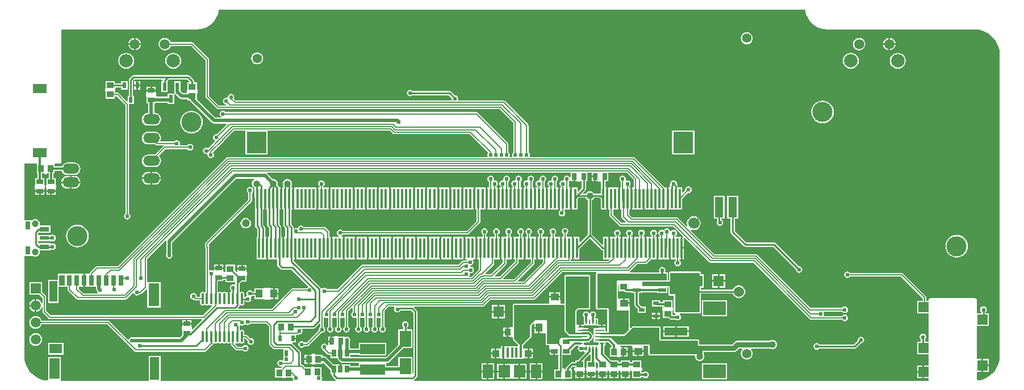
<source format=gbl>
%FSLAX25Y25*%
%MOIN*%
G70*
G01*
G75*
G04 Layer_Physical_Order=2*
G04 Layer_Color=16711680*
%ADD10R,0.04331X0.03937*%
%ADD11R,0.05000X0.04000*%
%ADD12R,0.03937X0.02756*%
%ADD13R,0.04000X0.03500*%
%ADD14R,0.04000X0.05000*%
%ADD15R,0.02756X0.03937*%
%ADD16R,0.03500X0.04000*%
%ADD17R,0.05906X0.04724*%
%ADD18R,0.06496X0.06299*%
%ADD19O,0.07874X0.02362*%
%ADD20O,0.06693X0.01378*%
%ADD21R,0.03543X0.02559*%
%ADD22C,0.06063*%
%ADD23R,0.06299X0.06496*%
%ADD24R,0.03347X0.02362*%
%ADD25R,0.02362X0.03347*%
%ADD26R,0.18504X0.07874*%
%ADD27R,0.01575X0.03937*%
%ADD28R,0.01181X0.04724*%
%ADD29R,0.03937X0.04331*%
%ADD30R,0.10827X0.03937*%
%ADD31C,0.01000*%
%ADD32C,0.00700*%
%ADD33C,0.01200*%
%ADD34C,0.06000*%
%ADD35C,0.02000*%
%ADD36C,0.04000*%
%ADD37C,0.03000*%
%ADD38R,0.18110X0.12598*%
%ADD39R,0.27559X0.09055*%
%ADD40R,0.27953X0.09449*%
%ADD41R,0.11417X0.12992*%
%ADD42R,0.05906X0.07874*%
%ADD43R,0.05906X0.05906*%
%ADD44C,0.05906*%
%ADD45C,0.11811*%
%ADD46C,0.07874*%
%ADD47C,0.02400*%
%ADD48C,0.06693*%
%ADD49C,0.04724*%
%ADD50C,0.05512*%
%ADD51C,0.03937*%
%ADD52C,0.04000*%
%ADD53R,0.05000X0.12000*%
%ADD54O,0.09843X0.05906*%
%ADD55R,0.07677X0.05512*%
%ADD56R,0.03150X0.06299*%
%ADD57R,0.03347X0.06299*%
%ADD58R,0.06299X0.13780*%
%ADD59R,0.05906X0.12205*%
%ADD60R,0.05512X0.13780*%
%ADD61R,0.04724X0.12205*%
%ADD62O,0.01378X0.06693*%
%ADD63R,0.02559X0.04331*%
%ADD64R,0.14567X0.05906*%
%ADD65R,0.07087X0.09449*%
%ADD66R,0.07087X0.07480*%
%ADD67R,0.01575X0.05906*%
%ADD68R,0.00984X0.02756*%
%ADD69R,0.05512X0.00984*%
%ADD70R,0.02756X0.00984*%
G04:AMPARAMS|DCode=71|XSize=27.56mil|YSize=9.84mil|CornerRadius=3.69mil|HoleSize=0mil|Usage=FLASHONLY|Rotation=0.000|XOffset=0mil|YOffset=0mil|HoleType=Round|Shape=RoundedRectangle|*
%AMROUNDEDRECTD71*
21,1,0.02756,0.00246,0,0,0.0*
21,1,0.02018,0.00984,0,0,0.0*
1,1,0.00738,0.01009,-0.00123*
1,1,0.00738,-0.01009,-0.00123*
1,1,0.00738,-0.01009,0.00123*
1,1,0.00738,0.01009,0.00123*
%
%ADD71ROUNDEDRECTD71*%
%ADD72R,0.04724X0.02362*%
%ADD73R,0.13780X0.04724*%
%ADD74R,0.13386X0.07874*%
%ADD75R,0.01378X0.11811*%
%ADD76R,0.11811X0.12598*%
%ADD77R,0.07874X0.18504*%
%ADD78R,0.07874X0.05512*%
%ADD79R,0.05512X0.02362*%
%ADD80R,0.05512X0.02953*%
%ADD81R,0.03150X0.05118*%
%ADD82R,0.02362X0.04724*%
%ADD83R,0.06071X0.06000*%
%ADD84R,0.06000X0.06000*%
%ADD85C,0.01258*%
G36*
X46741Y11524D02*
X48819D01*
Y11024D01*
X49319D01*
Y8355D01*
X50475D01*
Y8024D01*
X52320D01*
Y4637D01*
X52154D01*
Y982D01*
X51968Y830D01*
X48085D01*
X48028Y968D01*
X47595Y1532D01*
X47031Y1965D01*
X46374Y2237D01*
X45669Y2330D01*
X44964Y2237D01*
X44308Y1965D01*
X43744Y1532D01*
X43311Y968D01*
X43254Y830D01*
X41796D01*
X41605Y1292D01*
X42991Y2678D01*
X43256Y3075D01*
X43349Y3543D01*
Y8355D01*
X44204D01*
Y13189D01*
X46741D01*
Y11524D01*
D02*
G37*
G36*
X30709Y-79921D02*
X33465Y-82677D01*
X40945D01*
Y-83858D01*
X28740D01*
X27953Y-84646D01*
Y-87402D01*
X20472D01*
Y-87008D01*
Y-73622D01*
X13386D01*
X10630Y-76378D01*
Y-83071D01*
X5906Y-87795D01*
Y-90158D01*
X4331D01*
Y-87795D01*
X1181Y-84646D01*
Y-64567D01*
X30709D01*
X30709Y-79921D01*
D02*
G37*
G36*
X86614Y-85433D02*
X109055D01*
Y-93307D01*
X80709D01*
Y-87795D01*
X62205Y-87795D01*
X58268Y-83858D01*
X51968Y-83858D01*
Y-82677D01*
X66142Y-82677D01*
X66929Y-81890D01*
X70866Y-77953D01*
X86614D01*
Y-85433D01*
D02*
G37*
G36*
X34536Y10613D02*
X34442Y10538D01*
X33770Y10644D01*
X33653Y10819D01*
X33025Y11239D01*
X32283Y11386D01*
X31542Y11239D01*
X30914Y10819D01*
X30494Y10190D01*
X30346Y9449D01*
X30428Y9039D01*
X30002Y8614D01*
X29921Y8630D01*
X29180Y8483D01*
X28551Y8063D01*
X28131Y7434D01*
X27984Y6693D01*
X28131Y5952D01*
X28551Y5323D01*
X28851Y5123D01*
Y4637D01*
X28059D01*
Y-1969D01*
Y-8729D01*
X28164Y-9074D01*
X27930Y-9230D01*
X27510Y-9859D01*
X27363Y-10600D01*
X27510Y-11341D01*
X27930Y-11970D01*
X28559Y-12390D01*
X29300Y-12537D01*
X30041Y-12390D01*
X30670Y-11970D01*
X31090Y-11341D01*
X31237Y-10600D01*
X31090Y-9859D01*
X30992Y-9712D01*
Y-8574D01*
X34146D01*
Y-1969D01*
Y4637D01*
X33354D01*
Y7879D01*
X33653Y8079D01*
X34036Y8652D01*
X34071Y8653D01*
X34536Y8355D01*
Y8355D01*
X36114D01*
Y11024D01*
X37114D01*
Y8355D01*
X38270D01*
Y8024D01*
X40270D01*
Y8355D01*
X40903D01*
Y4050D01*
X38859Y2006D01*
X38397Y2198D01*
Y4637D01*
X35146D01*
Y-1969D01*
Y-8574D01*
X38397D01*
Y-2310D01*
X39090Y-1617D01*
X43254D01*
X43311Y-1755D01*
X43744Y-2319D01*
X44308Y-2752D01*
X44446Y-2809D01*
Y-23115D01*
X40040Y-27521D01*
X39578Y-27330D01*
Y-24497D01*
X36327D01*
Y-31102D01*
Y-37708D01*
X39578D01*
Y-31444D01*
X45669Y-25352D01*
X52284Y-31967D01*
X52681Y-32233D01*
X53150Y-32326D01*
X53335D01*
Y-37708D01*
X56925D01*
X57116Y-38170D01*
X56468Y-38818D01*
X34806D01*
X34692Y-38698D01*
X34479Y-38318D01*
X34535Y-38035D01*
Y-37708D01*
X35327D01*
Y-31102D01*
Y-24497D01*
X32173D01*
Y-22895D01*
X32570Y-22630D01*
X32990Y-22001D01*
X33137Y-21260D01*
X32990Y-20518D01*
X32570Y-19890D01*
X31941Y-19470D01*
X31200Y-19323D01*
X30459Y-19470D01*
X29830Y-19890D01*
X29410Y-20518D01*
X29263Y-21260D01*
X29410Y-22001D01*
X29830Y-22630D01*
X30032Y-22764D01*
Y-24497D01*
X29240D01*
Y-31102D01*
X28240D01*
Y-24497D01*
X25086D01*
Y-23086D01*
X25386Y-22886D01*
X25806Y-22257D01*
X25953Y-21516D01*
X25806Y-20774D01*
X25386Y-20146D01*
X24757Y-19726D01*
X24016Y-19579D01*
X23274Y-19726D01*
X22646Y-20146D01*
X22226Y-20774D01*
X22079Y-21516D01*
X22226Y-22257D01*
X22646Y-22886D01*
X22945Y-23086D01*
Y-24497D01*
X22153D01*
Y-31102D01*
X21154D01*
Y-24497D01*
X17971D01*
Y-22970D01*
X18270Y-22770D01*
X18690Y-22141D01*
X18837Y-21400D01*
X18690Y-20659D01*
X18270Y-20030D01*
X17641Y-19610D01*
X16900Y-19463D01*
X16159Y-19610D01*
X15530Y-20030D01*
X15110Y-20659D01*
X14963Y-21400D01*
X15110Y-22141D01*
X15530Y-22770D01*
X15829Y-22970D01*
Y-24497D01*
X15067D01*
Y-31102D01*
Y-37708D01*
X18221D01*
Y-39445D01*
X6837Y-50829D01*
X3432D01*
X3240Y-50367D01*
X12962Y-40646D01*
X13194Y-40299D01*
X13275Y-39889D01*
Y-37708D01*
X14067D01*
Y-31102D01*
Y-24497D01*
X10913D01*
Y-22941D01*
X11170Y-22770D01*
X11590Y-22141D01*
X11737Y-21400D01*
X11590Y-20659D01*
X11170Y-20030D01*
X10541Y-19610D01*
X9800Y-19463D01*
X9059Y-19610D01*
X8430Y-20030D01*
X8010Y-20659D01*
X7863Y-21400D01*
X8010Y-22141D01*
X8430Y-22770D01*
X8772Y-22998D01*
Y-24497D01*
X7980D01*
Y-31102D01*
Y-37708D01*
X11134D01*
Y-39445D01*
X1150Y-49429D01*
X-5062D01*
X-5254Y-48967D01*
X3513Y-40201D01*
X3513Y-40201D01*
X3745Y-39854D01*
X3827Y-39444D01*
Y-37708D01*
X6980D01*
Y-31102D01*
Y-24497D01*
X6171D01*
Y-22970D01*
X6470Y-22770D01*
X6890Y-22141D01*
X7037Y-21400D01*
X6890Y-20659D01*
X6470Y-20030D01*
X5841Y-19610D01*
X5100Y-19463D01*
X4359Y-19610D01*
X3730Y-20030D01*
X3310Y-20659D01*
X3163Y-21400D01*
X3310Y-22141D01*
X3730Y-22770D01*
X4029Y-22970D01*
Y-24497D01*
X894D01*
Y-31102D01*
Y-37708D01*
X1685D01*
Y-39001D01*
X-7243Y-47929D01*
X-10062D01*
X-10254Y-47467D01*
X-3574Y-40788D01*
X-3342Y-40440D01*
X-3260Y-40031D01*
Y-37708D01*
X-106D01*
Y-31102D01*
Y-24497D01*
X-898D01*
Y-22949D01*
X-630Y-22770D01*
X-210Y-22141D01*
X-63Y-21400D01*
X-210Y-20659D01*
X-630Y-20030D01*
X-1259Y-19610D01*
X-2000Y-19463D01*
X-2741Y-19610D01*
X-3370Y-20030D01*
X-3790Y-20659D01*
X-3937Y-21400D01*
X-3790Y-22141D01*
X-3370Y-22770D01*
X-3039Y-22991D01*
Y-24497D01*
X-6193D01*
Y-31102D01*
Y-37708D01*
X-5401D01*
Y-39587D01*
X-12343Y-46529D01*
X-15762D01*
X-15954Y-46068D01*
X-10660Y-40774D01*
X-10428Y-40427D01*
X-10347Y-40017D01*
X-10347Y-40017D01*
Y-37708D01*
X-7193D01*
Y-31102D01*
Y-24497D01*
X-8004D01*
X-8009Y-22956D01*
X-7730Y-22770D01*
X-7310Y-22141D01*
X-7163Y-21400D01*
X-7310Y-20659D01*
X-7730Y-20030D01*
X-8359Y-19610D01*
X-9100Y-19463D01*
X-9841Y-19610D01*
X-10470Y-20030D01*
X-10890Y-20659D01*
X-11037Y-21400D01*
X-10890Y-22141D01*
X-10470Y-22770D01*
X-10150Y-22984D01*
X-10147Y-24143D01*
X-10500Y-24497D01*
X-13280D01*
Y-31102D01*
X-14279D01*
Y-24497D01*
X-15071D01*
Y-22931D01*
X-14830Y-22770D01*
X-14410Y-22141D01*
X-14263Y-21400D01*
X-14410Y-20659D01*
X-14830Y-20030D01*
X-15459Y-19610D01*
X-16200Y-19463D01*
X-16941Y-19610D01*
X-17570Y-20030D01*
X-17990Y-20659D01*
X-18137Y-21400D01*
X-17990Y-22141D01*
X-17570Y-22770D01*
X-17212Y-23009D01*
Y-24497D01*
X-20366D01*
Y-31102D01*
Y-37708D01*
X-19575D01*
Y-43661D01*
X-23944Y-48029D01*
X-25037D01*
X-25236Y-47529D01*
X-24910Y-47041D01*
X-24773Y-46353D01*
X-24697Y-46196D01*
X-24416Y-45914D01*
X-24300Y-45937D01*
X-23559Y-45790D01*
X-22930Y-45370D01*
X-22510Y-44741D01*
X-22363Y-44000D01*
X-22510Y-43259D01*
X-22930Y-42630D01*
X-23559Y-42210D01*
X-24300Y-42063D01*
X-24547Y-41658D01*
X-24500Y-41337D01*
X-23759Y-41190D01*
X-23130Y-40770D01*
X-22710Y-40141D01*
X-22563Y-39400D01*
X-22710Y-38659D01*
X-23011Y-38208D01*
X-22781Y-37708D01*
X-21366D01*
Y-31102D01*
Y-24497D01*
X-27453D01*
Y-31102D01*
Y-37708D01*
X-26624D01*
X-26350Y-38208D01*
X-26460Y-38379D01*
X-28530D01*
X-28940Y-38461D01*
X-29287Y-38693D01*
X-29287Y-38693D01*
X-31523Y-40929D01*
X-87700D01*
X-88110Y-41011D01*
X-88457Y-41243D01*
X-88457Y-41243D01*
X-102444Y-55229D01*
X-108630D01*
X-108830Y-54930D01*
X-109459Y-54510D01*
X-110200Y-54363D01*
X-110941Y-54510D01*
X-111570Y-54930D01*
X-111585Y-54953D01*
X-112116Y-54847D01*
X-112130Y-54775D01*
X-112396Y-54378D01*
X-128304Y-38470D01*
Y-37708D01*
X-127665D01*
Y-31102D01*
X-126665D01*
Y-37708D01*
X-113492D01*
Y-31102D01*
X-112492D01*
Y-37708D01*
X-106406D01*
Y-31102D01*
Y-24497D01*
X-107197D01*
Y-21654D01*
X-107279Y-21244D01*
X-107511Y-20897D01*
X-109479Y-18928D01*
X-109827Y-18696D01*
X-110236Y-18614D01*
X-110646Y-18696D01*
X-110696Y-18729D01*
X-122230D01*
X-122430Y-18430D01*
X-123059Y-18010D01*
X-123800Y-17863D01*
X-124541Y-18010D01*
X-125170Y-18430D01*
X-125590Y-19059D01*
X-125616Y-19191D01*
X-126080Y-19460D01*
X-126771Y-19323D01*
X-127513Y-19470D01*
X-127804Y-19665D01*
X-128304Y-19397D01*
Y-18898D01*
X-128397Y-18429D01*
X-128662Y-18033D01*
X-129485Y-17210D01*
Y-8574D01*
X-128847D01*
Y-1968D01*
Y4637D01*
X-129485D01*
Y5443D01*
X-129259Y5988D01*
X-129166Y6693D01*
X-129259Y7398D01*
X-129531Y8055D01*
X-129964Y8619D01*
X-130528Y9051D01*
X-131185Y9323D01*
X-131890Y9416D01*
X-132595Y9323D01*
X-133251Y9051D01*
X-133815Y8619D01*
X-134248Y8055D01*
X-134520Y7398D01*
X-134613Y6693D01*
X-134520Y5988D01*
X-134294Y5443D01*
Y4637D01*
X-134933D01*
Y-1969D01*
Y-8574D01*
X-134294D01*
Y-17717D01*
X-134201Y-18185D01*
X-133936Y-18582D01*
X-133113Y-19404D01*
Y-24497D01*
X-133752D01*
Y-31102D01*
X-134752D01*
Y-24497D01*
X-135391D01*
Y-18898D01*
X-135484Y-18429D01*
X-135749Y-18033D01*
X-136572Y-17210D01*
Y-8574D01*
X-135933D01*
Y-1969D01*
Y4637D01*
X-136633D01*
X-136665Y4799D01*
X-136930Y5196D01*
X-137584Y5850D01*
X-137527Y5988D01*
X-137434Y6693D01*
X-137527Y7398D01*
X-137799Y8055D01*
X-138232Y8619D01*
X-138796Y9051D01*
X-139453Y9323D01*
X-140157Y9416D01*
X-140398Y9385D01*
X-143656Y12643D01*
X-143726Y12689D01*
X-143574Y13189D01*
X34536D01*
Y10613D01*
D02*
G37*
G36*
X39019Y-89030D02*
X38761Y-89416D01*
X38614Y-90158D01*
X38761Y-90899D01*
X39181Y-91527D01*
X39810Y-91947D01*
X40551Y-92095D01*
X41293Y-91947D01*
X41812Y-91600D01*
X42194Y-91733D01*
X42312Y-91822D01*
Y-92235D01*
X42638D01*
X42830Y-92697D01*
X38827Y-96701D01*
X38539Y-97131D01*
X38533Y-97162D01*
X37064D01*
Y-98287D01*
X35034D01*
X34526Y-98388D01*
X34096Y-98675D01*
X31734Y-101037D01*
X31447Y-101467D01*
X31346Y-101974D01*
Y-102418D01*
X30821D01*
Y-101918D01*
X29570D01*
Y-93810D01*
X34558D01*
Y-91332D01*
X37360Y-88530D01*
X38752D01*
X39019Y-89030D01*
D02*
G37*
G36*
X-168054Y-51263D02*
X-162654D01*
X-162367Y-51644D01*
Y-52485D01*
X-162808Y-52720D01*
X-162961Y-52618D01*
X-163702Y-52471D01*
X-164444Y-52618D01*
X-165072Y-53038D01*
X-165492Y-53667D01*
X-165640Y-54408D01*
X-165492Y-55149D01*
X-165072Y-55778D01*
X-164926Y-55875D01*
Y-56788D01*
X-164927Y-56790D01*
X-165426Y-57010D01*
X-165719Y-56814D01*
X-165761Y-56805D01*
Y-60780D01*
X-166761D01*
Y-56805D01*
X-166803Y-56814D01*
X-167232Y-57100D01*
X-167376Y-57163D01*
X-167706D01*
X-167850Y-57100D01*
X-168279Y-56814D01*
X-168821Y-56706D01*
X-169362Y-56814D01*
X-169791Y-57100D01*
X-169936Y-57163D01*
X-170264D01*
X-170409Y-57100D01*
X-170838Y-56814D01*
X-171379Y-56706D01*
X-171922Y-56814D01*
X-172215Y-57010D01*
X-172713Y-56790D01*
X-172715Y-56788D01*
Y-50823D01*
X-172395Y-50503D01*
X-169379D01*
Y-49649D01*
X-168054D01*
Y-51263D01*
D02*
G37*
G36*
X90945Y-46063D02*
X90945Y-50000D01*
X61417Y-50000D01*
Y-67716D01*
X68504Y-67716D01*
Y-79134D01*
X65748Y-81890D01*
X51968D01*
Y-80709D01*
X56693Y-80709D01*
X56693Y-66929D01*
X56299Y-66536D01*
X50000Y-66535D01*
X50000Y-46063D01*
X90945Y-46063D01*
D02*
G37*
G36*
X110236Y-68898D02*
X95669D01*
Y-58268D01*
X92520D01*
Y-53543D01*
X76378D01*
Y-50787D01*
X92913D01*
Y-45669D01*
X110236D01*
Y-68898D01*
D02*
G37*
G36*
X45276Y-66535D02*
X38583D01*
X37008Y-68110D01*
Y-80709D01*
X41535D01*
Y-81890D01*
X33858D01*
X31496Y-79528D01*
X31496Y-47638D01*
X45276D01*
Y-66535D01*
D02*
G37*
G36*
X-68982Y-66071D02*
X-69113Y-66267D01*
X-69260Y-67008D01*
X-69113Y-67749D01*
X-68693Y-68378D01*
X-68064Y-68798D01*
X-67323Y-68945D01*
X-66581Y-68798D01*
X-65953Y-68378D01*
X-65540Y-67759D01*
X-59168D01*
X-57916Y-69011D01*
Y-104862D01*
X-57920Y-104864D01*
X-58420Y-104597D01*
Y-95047D01*
X-66906D01*
Y-100515D01*
X-73931D01*
Y-99084D01*
X-73931Y-98968D01*
X-73653Y-98584D01*
X-73228D01*
X-72565Y-98452D01*
X-72003Y-98076D01*
X-63680Y-89754D01*
X-58420D01*
Y-78905D01*
X-61440D01*
Y-77516D01*
X-61293Y-77419D01*
X-60873Y-76790D01*
X-60726Y-76049D01*
X-60873Y-75308D01*
X-61293Y-74679D01*
X-61922Y-74259D01*
X-62663Y-74112D01*
X-63404Y-74259D01*
X-64033Y-74679D01*
X-64453Y-75308D01*
X-64600Y-76049D01*
X-64453Y-76790D01*
X-64033Y-77419D01*
X-63886Y-77516D01*
Y-78905D01*
X-66906D01*
Y-88077D01*
X-73946Y-95117D01*
X-95003D01*
Y-93693D01*
X-89898D01*
Y-94038D01*
X-73931D01*
Y-86732D01*
X-89898D01*
Y-90227D01*
X-95003D01*
Y-89935D01*
X-95249D01*
Y-86063D01*
X-95061Y-85781D01*
X-94913Y-85039D01*
X-95061Y-84298D01*
X-95481Y-83670D01*
X-96109Y-83250D01*
X-96850Y-83102D01*
X-97592Y-83250D01*
X-97816Y-83399D01*
X-98316Y-83158D01*
Y-83158D01*
X-102250D01*
Y-82927D01*
X-104250D01*
Y-83158D01*
X-105406D01*
Y-85827D01*
X-105906D01*
Y-86327D01*
X-107984D01*
Y-88048D01*
X-108484Y-88199D01*
X-108730Y-87830D01*
X-108982Y-87662D01*
X-108984Y-87648D01*
X-109217Y-87301D01*
X-109564Y-87069D01*
X-109974Y-86987D01*
X-110383Y-87069D01*
X-110731Y-87301D01*
X-110840Y-87410D01*
X-110841Y-87410D01*
X-111470Y-87830D01*
X-111890Y-88459D01*
X-112037Y-89200D01*
X-111890Y-89941D01*
X-111470Y-90570D01*
X-110868Y-90972D01*
X-110731Y-91177D01*
X-108351Y-93557D01*
X-108351Y-93557D01*
X-108003Y-93789D01*
X-107594Y-93871D01*
X-107594Y-93871D01*
X-106442D01*
Y-95665D01*
X-102456D01*
Y-95734D01*
X-102324Y-96397D01*
X-101948Y-96960D01*
X-100832Y-98076D01*
X-100270Y-98452D01*
X-99606Y-98584D01*
X-90176D01*
X-89898Y-98968D01*
X-89898Y-99084D01*
Y-100515D01*
X-95003D01*
Y-99383D01*
X-100223D01*
Y-102249D01*
X-101223D01*
Y-99383D01*
X-104877D01*
X-109029Y-95231D01*
X-109592Y-94855D01*
X-110255Y-94723D01*
X-111335D01*
Y-93757D01*
X-115635D01*
Y-93257D01*
X-117435D01*
Y-93757D01*
X-118785D01*
Y-96457D01*
Y-99157D01*
X-117435D01*
Y-99557D01*
X-115635D01*
Y-99157D01*
X-111335D01*
Y-98522D01*
X-110835Y-98328D01*
X-106442Y-102721D01*
Y-105114D01*
X-105686D01*
Y-105773D01*
X-105593Y-106241D01*
X-105328Y-106638D01*
X-103621Y-108345D01*
X-103371Y-108513D01*
X-103523Y-109013D01*
X-111523D01*
X-111791Y-108513D01*
X-111596Y-108222D01*
X-111449Y-107480D01*
X-111596Y-106739D01*
X-111729Y-106540D01*
Y-101237D01*
X-116029D01*
Y-100737D01*
X-117829D01*
Y-101237D01*
X-121253D01*
X-122853Y-99637D01*
X-123201Y-99405D01*
X-123610Y-99323D01*
X-123973D01*
Y-92520D01*
X-124066Y-92052D01*
X-124332Y-91654D01*
X-128907Y-87080D01*
X-128699Y-86580D01*
X-126779D01*
Y-84707D01*
X-128661D01*
Y-83707D01*
X-126779D01*
Y-82173D01*
X-125984D01*
X-125575Y-82091D01*
X-125227Y-81859D01*
X-125156Y-81788D01*
X-124803Y-81858D01*
X-124062Y-81711D01*
X-123433Y-81291D01*
X-123013Y-80663D01*
X-122866Y-79921D01*
X-123013Y-79180D01*
X-123208Y-78889D01*
X-122941Y-78389D01*
X-116535D01*
X-116067Y-78296D01*
X-115670Y-78031D01*
X-113032Y-75393D01*
X-112571Y-75584D01*
Y-77430D01*
X-112870Y-77630D01*
X-113290Y-78259D01*
X-113437Y-79000D01*
X-113367Y-79353D01*
X-120643Y-86629D01*
X-121930D01*
X-122130Y-86330D01*
X-122759Y-85910D01*
X-123500Y-85763D01*
X-124241Y-85910D01*
X-124870Y-86330D01*
X-125290Y-86959D01*
X-125437Y-87700D01*
X-125290Y-88441D01*
X-124870Y-89070D01*
X-124241Y-89490D01*
X-123500Y-89637D01*
X-122759Y-89490D01*
X-122130Y-89070D01*
X-121930Y-88771D01*
X-120200D01*
X-119790Y-88689D01*
X-119443Y-88457D01*
X-111853Y-80867D01*
X-111500Y-80937D01*
X-110759Y-80790D01*
X-110130Y-80370D01*
X-109710Y-79741D01*
X-109563Y-79000D01*
X-109710Y-78259D01*
X-110130Y-77630D01*
X-110429Y-77430D01*
Y-72131D01*
X-109929Y-71864D01*
X-109741Y-71990D01*
X-109000Y-72137D01*
X-108271Y-71992D01*
X-108180Y-71976D01*
X-107771Y-72264D01*
Y-77230D01*
X-108070Y-77430D01*
X-108490Y-78059D01*
X-108637Y-78800D01*
X-108490Y-79541D01*
X-108070Y-80170D01*
X-107441Y-80590D01*
X-106700Y-80737D01*
X-105959Y-80590D01*
X-105330Y-80170D01*
X-104910Y-79541D01*
X-104763Y-78800D01*
X-104910Y-78059D01*
X-105330Y-77430D01*
X-105629Y-77230D01*
Y-72121D01*
X-105189Y-71886D01*
X-105033Y-71990D01*
X-104291Y-72137D01*
X-103550Y-71990D01*
X-103441Y-71917D01*
X-103000Y-72152D01*
Y-77130D01*
X-103299Y-77330D01*
X-103719Y-77959D01*
X-103866Y-78700D01*
X-103719Y-79441D01*
X-103299Y-80070D01*
X-102671Y-80490D01*
X-101929Y-80637D01*
X-101188Y-80490D01*
X-100559Y-80070D01*
X-100139Y-79441D01*
X-99992Y-78700D01*
X-100139Y-77959D01*
X-100559Y-77330D01*
X-100859Y-77130D01*
Y-72152D01*
X-100418Y-71917D01*
X-100308Y-71990D01*
X-99567Y-72137D01*
X-98826Y-71990D01*
X-98716Y-71917D01*
X-98275Y-72152D01*
Y-77130D01*
X-98575Y-77330D01*
X-98994Y-77959D01*
X-99142Y-78700D01*
X-98994Y-79441D01*
X-98575Y-80070D01*
X-97946Y-80490D01*
X-97205Y-80637D01*
X-96463Y-80490D01*
X-95835Y-80070D01*
X-95415Y-79441D01*
X-95267Y-78700D01*
X-95415Y-77959D01*
X-95835Y-77330D01*
X-96134Y-77130D01*
Y-68288D01*
X-94013Y-66167D01*
X-93551Y-66358D01*
Y-68630D01*
X-93850Y-68830D01*
X-94270Y-69459D01*
X-94418Y-70200D01*
X-94270Y-70941D01*
X-93850Y-71570D01*
X-93222Y-71990D01*
X-92480Y-72137D01*
X-91739Y-71990D01*
X-91630Y-71917D01*
X-91189Y-72152D01*
Y-77130D01*
X-91488Y-77330D01*
X-91908Y-77959D01*
X-92055Y-78700D01*
X-91908Y-79441D01*
X-91488Y-80070D01*
X-90860Y-80490D01*
X-90118Y-80637D01*
X-89377Y-80490D01*
X-88748Y-80070D01*
X-88328Y-79441D01*
X-88181Y-78700D01*
X-88328Y-77959D01*
X-88748Y-77330D01*
X-89048Y-77130D01*
Y-72152D01*
X-88607Y-71917D01*
X-88497Y-71990D01*
X-87756Y-72137D01*
X-87015Y-71990D01*
X-86905Y-71917D01*
X-86464Y-72152D01*
Y-77130D01*
X-86764Y-77330D01*
X-87183Y-77959D01*
X-87331Y-78700D01*
X-87183Y-79441D01*
X-86764Y-80070D01*
X-86135Y-80490D01*
X-85394Y-80637D01*
X-84652Y-80490D01*
X-84024Y-80070D01*
X-83604Y-79441D01*
X-83456Y-78700D01*
X-83604Y-77959D01*
X-84024Y-77330D01*
X-84323Y-77130D01*
Y-72152D01*
X-83882Y-71917D01*
X-83773Y-71990D01*
X-83031Y-72137D01*
X-82290Y-71990D01*
X-82181Y-71917D01*
X-81740Y-72152D01*
Y-77130D01*
X-82039Y-77330D01*
X-82459Y-77959D01*
X-82607Y-78700D01*
X-82459Y-79441D01*
X-82039Y-80070D01*
X-81411Y-80490D01*
X-80669Y-80637D01*
X-79928Y-80490D01*
X-79299Y-80070D01*
X-78880Y-79441D01*
X-78732Y-78700D01*
X-78880Y-77959D01*
X-79299Y-77330D01*
X-79599Y-77130D01*
Y-72152D01*
X-79158Y-71917D01*
X-79049Y-71990D01*
X-78307Y-72137D01*
X-77566Y-71990D01*
X-77456Y-71917D01*
X-77016Y-72152D01*
Y-77130D01*
X-77315Y-77330D01*
X-77735Y-77959D01*
X-77882Y-78700D01*
X-77735Y-79441D01*
X-77315Y-80070D01*
X-76686Y-80490D01*
X-75945Y-80637D01*
X-75204Y-80490D01*
X-74575Y-80070D01*
X-74155Y-79441D01*
X-74008Y-78700D01*
X-74155Y-77959D01*
X-74575Y-77330D01*
X-74874Y-77130D01*
Y-68088D01*
X-72357Y-65571D01*
X-69249D01*
X-68982Y-66071D01*
D02*
G37*
G36*
X172086Y108257D02*
X172564Y106266D01*
X173348Y104374D01*
X174418Y102628D01*
X175748Y101071D01*
X177305Y99740D01*
X179051Y98671D01*
X180943Y97887D01*
X182935Y97409D01*
X184976Y97248D01*
Y97265D01*
X271654D01*
X271720Y97278D01*
X273928Y97104D01*
X276148Y96571D01*
X278256Y95698D01*
X280202Y94506D01*
X281937Y93024D01*
X283419Y91288D01*
X284611Y89342D01*
X285485Y87234D01*
X286017Y85015D01*
X286191Y82806D01*
X286178Y82740D01*
Y-94488D01*
X286191Y-94554D01*
X286017Y-96763D01*
X285485Y-98982D01*
X284611Y-101091D01*
X283419Y-103036D01*
X281937Y-104771D01*
X280202Y-106254D01*
X278256Y-107446D01*
X276148Y-108319D01*
X273928Y-108852D01*
X273344Y-108898D01*
X272977Y-108559D01*
Y-103687D01*
X275584D01*
Y-99987D01*
Y-96287D01*
X272977D01*
Y-76924D01*
X279820D01*
Y-69524D01*
X277923D01*
Y-68768D01*
X278070Y-68670D01*
X278490Y-68041D01*
X278637Y-67300D01*
X278490Y-66559D01*
X278070Y-65930D01*
X277441Y-65510D01*
X276700Y-65363D01*
X275959Y-65510D01*
X275330Y-65930D01*
X274910Y-66559D01*
X274763Y-67300D01*
X274910Y-68041D01*
X275330Y-68670D01*
X275477Y-68768D01*
Y-69524D01*
X272977D01*
Y-61798D01*
X272884Y-61330D01*
X272619Y-60933D01*
X272222Y-60668D01*
X271754Y-60575D01*
X245769D01*
X245301Y-60668D01*
X244904Y-60933D01*
X244639Y-61330D01*
X244546Y-61798D01*
Y-62035D01*
X243171D01*
Y-60200D01*
X243089Y-59790D01*
X242857Y-59443D01*
X229457Y-46043D01*
X229110Y-45811D01*
X228700Y-45729D01*
X198370D01*
X198170Y-45430D01*
X197541Y-45010D01*
X196800Y-44863D01*
X196059Y-45010D01*
X195430Y-45430D01*
X195010Y-46059D01*
X194863Y-46800D01*
X195010Y-47541D01*
X195430Y-48170D01*
X196059Y-48590D01*
X196800Y-48737D01*
X197541Y-48590D01*
X198170Y-48170D01*
X198370Y-47871D01*
X228257D01*
X241029Y-60643D01*
Y-62035D01*
X237703D01*
Y-69435D01*
X244546D01*
Y-86051D01*
X242424D01*
Y-84768D01*
X242570Y-84670D01*
X242990Y-84041D01*
X243137Y-83300D01*
X242990Y-82559D01*
X242570Y-81930D01*
X241941Y-81510D01*
X241200Y-81363D01*
X240459Y-81510D01*
X239830Y-81930D01*
X239410Y-82559D01*
X239263Y-83300D01*
X239410Y-84041D01*
X239830Y-84670D01*
X239977Y-84768D01*
Y-86051D01*
X237739D01*
Y-93451D01*
X244546D01*
Y-100224D01*
X241939D01*
Y-103924D01*
Y-107624D01*
X244546D01*
Y-109013D01*
X-57501D01*
X-57653Y-108513D01*
X-57403Y-108345D01*
X-55828Y-106771D01*
X-55563Y-106374D01*
X-55469Y-105905D01*
Y-68504D01*
X-55563Y-68036D01*
X-55828Y-67639D01*
X-57396Y-66071D01*
X-57189Y-65571D01*
X-17121D01*
X-16712Y-65489D01*
X-16364Y-65257D01*
X-12478Y-61371D01*
X12800D01*
X13210Y-61289D01*
X13557Y-61057D01*
X29454Y-45160D01*
X49206D01*
X49307Y-45299D01*
X49428Y-45660D01*
X49341Y-45790D01*
X49286Y-46063D01*
X49286Y-66535D01*
X49341Y-66809D01*
X49495Y-67040D01*
X49727Y-67195D01*
X50000Y-67249D01*
X55979Y-67249D01*
X55979Y-79995D01*
X54834D01*
Y-77862D01*
X50678D01*
Y-78139D01*
X47922D01*
Y-82491D01*
Y-86428D01*
X50678D01*
Y-87611D01*
X50602Y-88080D01*
X50309Y-88080D01*
X42551D01*
X42436Y-87977D01*
X42197Y-87627D01*
X42256Y-87328D01*
Y-87082D01*
X42252Y-87062D01*
X42660Y-86562D01*
X44693D01*
X45200Y-86461D01*
X45630Y-86173D01*
X47000Y-84803D01*
X47288Y-84373D01*
X47388Y-83866D01*
Y-82284D01*
X47288Y-81776D01*
X47000Y-81346D01*
X46016Y-80362D01*
X45586Y-80075D01*
X45079Y-79974D01*
X44991D01*
Y-79831D01*
X41535D01*
Y-78831D01*
X44991D01*
Y-78139D01*
X42235D01*
Y-77862D01*
X40157D01*
Y-77362D01*
X39658D01*
Y-76170D01*
X38080D01*
X37722Y-75827D01*
Y-68406D01*
X38878Y-67249D01*
X45276D01*
X45549Y-67195D01*
X45780Y-67040D01*
X45935Y-66809D01*
X45989Y-66535D01*
Y-47638D01*
X45935Y-47365D01*
X45780Y-47133D01*
X45549Y-46978D01*
X45276Y-46924D01*
X31496D01*
X31223Y-46978D01*
X30991Y-47133D01*
X30837Y-47365D01*
X30782Y-47638D01*
X30782Y-63793D01*
X30709Y-63853D01*
X28500D01*
Y-61800D01*
X28200D01*
Y-60175D01*
X21800D01*
Y-61800D01*
X21700D01*
Y-63853D01*
X1181D01*
X908Y-63908D01*
X676Y-64062D01*
X522Y-64294D01*
X467Y-64567D01*
Y-77300D01*
X-800D01*
Y-77800D01*
X-2150D01*
Y-80500D01*
Y-83200D01*
X-800D01*
Y-83600D01*
X467D01*
Y-84646D01*
X522Y-84919D01*
X676Y-85150D01*
X3617Y-88091D01*
Y-88835D01*
X-4618D01*
Y-92488D01*
Y-96141D01*
X6559D01*
X6605Y-96141D01*
X7024Y-95944D01*
X7106Y-95944D01*
X9146D01*
Y-93079D01*
Y-90213D01*
X7101D01*
X6960Y-90197D01*
X6619Y-89870D01*
Y-88091D01*
X11135Y-83575D01*
X11289Y-83344D01*
X11344Y-83071D01*
Y-76674D01*
X12591Y-75426D01*
X13053Y-75617D01*
Y-77453D01*
X15753D01*
Y-77953D01*
X16253D01*
Y-81153D01*
X17879D01*
Y-81253D01*
X19759D01*
Y-87402D01*
X19813Y-87675D01*
X19968Y-87906D01*
X20199Y-88061D01*
X20472Y-88115D01*
X21903D01*
Y-90076D01*
X22135D01*
Y-91232D01*
X24803D01*
Y-91732D01*
X25303D01*
Y-93810D01*
X27123D01*
Y-102418D01*
X24721D01*
Y-107818D01*
X29021D01*
Y-108218D01*
X30821D01*
Y-107818D01*
X35121D01*
Y-102418D01*
X34755D01*
X34564Y-101956D01*
X35583Y-100938D01*
X37064D01*
Y-101462D01*
X36564D01*
Y-103262D01*
X37064D01*
Y-104612D01*
X39764D01*
X42464D01*
Y-103262D01*
X42864D01*
Y-101462D01*
X42464D01*
Y-97162D01*
X42464Y-97162D01*
X42464D01*
X42583Y-96693D01*
X45654Y-93622D01*
X46115Y-93814D01*
Y-97528D01*
X43788D01*
Y-101262D01*
X43457D01*
Y-103262D01*
X43788D01*
Y-104618D01*
X46457D01*
X49125D01*
Y-103262D01*
X49357D01*
Y-101262D01*
X49125D01*
Y-98169D01*
X49625Y-97962D01*
X50450Y-98787D01*
Y-101462D01*
X49950D01*
Y-103262D01*
X50450D01*
Y-104612D01*
X53150D01*
X55850D01*
Y-103504D01*
X56250Y-103262D01*
X56643D01*
X57143Y-103504D01*
Y-104612D01*
X59842D01*
X62542D01*
Y-103262D01*
X63042D01*
Y-103262D01*
X63336D01*
X63835Y-103504D01*
Y-104612D01*
X66536D01*
X69235D01*
Y-103262D01*
X69735D01*
Y-103262D01*
X70128Y-103268D01*
X70528Y-103510D01*
Y-107568D01*
X75928D01*
Y-106837D01*
X76947D01*
X76977Y-106882D01*
X77605Y-107302D01*
X78347Y-107449D01*
X79088Y-107302D01*
X79716Y-106882D01*
X80136Y-106253D01*
X80284Y-105512D01*
X80136Y-104771D01*
X79716Y-104142D01*
X79088Y-103722D01*
X78347Y-103575D01*
X77605Y-103722D01*
X76977Y-104142D01*
X76947Y-104186D01*
X75928D01*
Y-103268D01*
X76428D01*
Y-101468D01*
X75928D01*
Y-97168D01*
X70528D01*
Y-98293D01*
X69235D01*
Y-97162D01*
X63835D01*
Y-98293D01*
X62542D01*
Y-97162D01*
X58163D01*
X54081Y-93081D01*
Y-88397D01*
X54834D01*
Y-86562D01*
X56341D01*
X58529Y-88750D01*
Y-89426D01*
X57404D01*
Y-94826D01*
X61704D01*
Y-95226D01*
X63504D01*
Y-94826D01*
X64854D01*
Y-92126D01*
Y-89426D01*
X63743D01*
X63544Y-88943D01*
X63775Y-88509D01*
X70516Y-88509D01*
Y-89602D01*
X70816D01*
Y-91227D01*
X74016D01*
X77216D01*
Y-89602D01*
X77316D01*
Y-88509D01*
X79995D01*
Y-93307D01*
X80049Y-93580D01*
X80204Y-93812D01*
X80436Y-93967D01*
X80709Y-94021D01*
X107162D01*
X107561Y-94521D01*
X107513Y-94882D01*
X107606Y-95587D01*
X107878Y-96244D01*
X108311Y-96808D01*
X108875Y-97240D01*
X109531Y-97512D01*
X110236Y-97605D01*
X110941Y-97512D01*
X111598Y-97240D01*
X112162Y-96808D01*
X112595Y-96244D01*
X112867Y-95587D01*
X112960Y-94882D01*
X112867Y-94177D01*
X112595Y-93520D01*
X112479Y-93370D01*
Y-92204D01*
X130118D01*
X130976Y-92033D01*
X131704Y-91547D01*
X133213Y-90038D01*
X135190D01*
X135296Y-90352D01*
X135322Y-90538D01*
X134777Y-91249D01*
X134428Y-92090D01*
X134310Y-92992D01*
X134428Y-93894D01*
X134777Y-94735D01*
X135330Y-95457D01*
X136052Y-96011D01*
X136893Y-96359D01*
X137795Y-96478D01*
X138698Y-96359D01*
X139538Y-96011D01*
X140260Y-95457D01*
X140814Y-94735D01*
X141162Y-93894D01*
X141281Y-92992D01*
X141162Y-92090D01*
X140814Y-91249D01*
X140269Y-90538D01*
X140294Y-90352D01*
X140401Y-90038D01*
X151244D01*
X151394Y-90154D01*
X152051Y-90426D01*
X152756Y-90519D01*
X153461Y-90426D01*
X154118Y-90154D01*
X154682Y-89721D01*
X155114Y-89157D01*
X155386Y-88500D01*
X155479Y-87795D01*
X155386Y-87090D01*
X155114Y-86434D01*
X154682Y-85870D01*
X154118Y-85437D01*
X153461Y-85165D01*
X152756Y-85072D01*
X152051Y-85165D01*
X151394Y-85437D01*
X151244Y-85552D01*
X132283D01*
X131425Y-85723D01*
X130697Y-86209D01*
X129189Y-87717D01*
X109769D01*
Y-85433D01*
X109714Y-85160D01*
X109560Y-84928D01*
X109328Y-84774D01*
X109055Y-84719D01*
X87328D01*
Y-77953D01*
X87274Y-77680D01*
X87119Y-77448D01*
X86887Y-77293D01*
X86614Y-77239D01*
X70866D01*
X70593Y-77293D01*
X70362Y-77448D01*
X69680Y-78130D01*
X69218Y-77939D01*
Y-69511D01*
X69248D01*
Y-65511D01*
X68948D01*
Y-63886D01*
X65748D01*
Y-63386D01*
X65248D01*
Y-60686D01*
X62548D01*
X62131Y-60486D01*
Y-52947D01*
X62622Y-52508D01*
X62654Y-52513D01*
Y-56381D01*
X65930D01*
X66195Y-56646D01*
X66625Y-56933D01*
X67132Y-57034D01*
X70166D01*
Y-57590D01*
X71903D01*
Y-64468D01*
X72004Y-64976D01*
X72291Y-65406D01*
X73709Y-66824D01*
Y-69204D01*
X78456D01*
Y-65442D01*
X76076D01*
X74554Y-63920D01*
Y-57590D01*
X76291D01*
Y-57034D01*
X85127D01*
Y-57590D01*
X91251D01*
Y-54257D01*
X91806D01*
Y-58268D01*
X91860Y-58541D01*
X92015Y-58772D01*
X92247Y-58927D01*
X92520Y-58981D01*
X94956D01*
Y-68898D01*
X95010Y-69171D01*
X95165Y-69402D01*
X95396Y-69557D01*
X95669Y-69611D01*
X95684D01*
X95907Y-70111D01*
X95713Y-70328D01*
X94039D01*
Y-67829D01*
X94439D01*
Y-66029D01*
X94039D01*
Y-61729D01*
X88639D01*
Y-62854D01*
X86920D01*
Y-61702D01*
X82174D01*
Y-65464D01*
X84939D01*
X85144Y-65505D01*
X88639D01*
Y-66029D01*
X88139D01*
Y-67829D01*
X88639D01*
Y-72129D01*
X91914D01*
X92376Y-72591D01*
X92806Y-72878D01*
X93313Y-72979D01*
X95845D01*
X95874Y-73023D01*
X96503Y-73443D01*
X97244Y-73591D01*
X97985Y-73443D01*
X98614Y-73023D01*
X99034Y-72395D01*
X99181Y-71653D01*
X99034Y-70912D01*
X98614Y-70284D01*
X98356Y-70111D01*
X98508Y-69611D01*
X110236D01*
X110509Y-69557D01*
X110741Y-69402D01*
X110896Y-69171D01*
X110950Y-68898D01*
Y-57916D01*
X129539D01*
X129811Y-58575D01*
X130410Y-59354D01*
X131189Y-59952D01*
X132097Y-60328D01*
X133071Y-60457D01*
X134045Y-60328D01*
X134953Y-59952D01*
X135732Y-59354D01*
X136330Y-58575D01*
X136706Y-57667D01*
X136835Y-56693D01*
X136706Y-55719D01*
X136330Y-54811D01*
X135732Y-54032D01*
X134953Y-53434D01*
X134045Y-53057D01*
X133071Y-52929D01*
X132097Y-53057D01*
X131189Y-53434D01*
X130410Y-54032D01*
X129811Y-54811D01*
X129539Y-55469D01*
X110950D01*
Y-54342D01*
X112609D01*
Y-46446D01*
X110950D01*
Y-45669D01*
X110896Y-45396D01*
X110741Y-45165D01*
X110509Y-45010D01*
X110236Y-44956D01*
X92913D01*
X92640Y-45010D01*
X92409Y-45165D01*
X92254Y-45396D01*
X92200Y-45669D01*
Y-49707D01*
X91840Y-50055D01*
X91700Y-50050D01*
X91659Y-50000D01*
X91659Y-46063D01*
X91604Y-45790D01*
X91449Y-45558D01*
X91218Y-45404D01*
X90945Y-45349D01*
X90166D01*
X89930Y-44908D01*
X89979Y-44836D01*
X90126Y-44094D01*
X89979Y-43353D01*
X89559Y-42725D01*
X88930Y-42305D01*
X88189Y-42157D01*
X87448Y-42305D01*
X86819Y-42725D01*
X86399Y-43353D01*
X86252Y-44094D01*
X86399Y-44836D01*
X86448Y-44908D01*
X86212Y-45349D01*
X69395Y-45349D01*
X69243Y-44849D01*
X69248Y-44846D01*
X73623Y-40471D01*
X78400D01*
X78810Y-40389D01*
X79157Y-40157D01*
X81466Y-37848D01*
X81559Y-37708D01*
X84933D01*
Y-31102D01*
Y-24497D01*
X84141D01*
Y-23886D01*
X84441Y-23686D01*
X84861Y-23057D01*
X85008Y-22316D01*
X84861Y-21574D01*
X84441Y-20946D01*
X83812Y-20526D01*
X83071Y-20379D01*
X82329Y-20526D01*
X81701Y-20946D01*
X81281Y-21574D01*
X81134Y-22316D01*
X81281Y-23057D01*
X81701Y-23686D01*
X82000Y-23886D01*
Y-24497D01*
X78846D01*
Y-31102D01*
X77846D01*
Y-24497D01*
X77055D01*
Y-23886D01*
X77354Y-23686D01*
X77774Y-23057D01*
X77921Y-22316D01*
X77774Y-21574D01*
X77354Y-20946D01*
X76726Y-20526D01*
X75984Y-20379D01*
X75243Y-20526D01*
X74614Y-20946D01*
X74195Y-21574D01*
X74047Y-22316D01*
X74195Y-23057D01*
X74614Y-23686D01*
X74914Y-23886D01*
Y-24497D01*
X71760D01*
Y-31102D01*
X70760D01*
Y-24497D01*
X69968D01*
Y-23886D01*
X70267Y-23686D01*
X70687Y-23057D01*
X70835Y-22316D01*
X70687Y-21574D01*
X70267Y-20946D01*
X69639Y-20526D01*
X68898Y-20379D01*
X68156Y-20526D01*
X67528Y-20946D01*
X67108Y-21574D01*
X66960Y-22316D01*
X67108Y-23057D01*
X67528Y-23686D01*
X67827Y-23886D01*
Y-24497D01*
X64673D01*
Y-31102D01*
X63673D01*
Y-24497D01*
X62882D01*
Y-23886D01*
X63181Y-23686D01*
X63601Y-23057D01*
X63748Y-22316D01*
X63601Y-21574D01*
X63181Y-20946D01*
X62552Y-20526D01*
X61811Y-20379D01*
X61070Y-20526D01*
X60441Y-20946D01*
X60021Y-21574D01*
X59874Y-22316D01*
X60021Y-23057D01*
X60441Y-23686D01*
X60740Y-23886D01*
Y-24497D01*
X57587D01*
Y-31102D01*
X56587D01*
Y-24497D01*
X53335D01*
Y-28905D01*
X52873Y-29096D01*
X46893Y-23115D01*
Y-2809D01*
X47031Y-2752D01*
X47595Y-2319D01*
X48028Y-1755D01*
X48085Y-1617D01*
X51462D01*
X52154Y-2310D01*
Y-8574D01*
X55405D01*
Y-1969D01*
Y4637D01*
X54767D01*
Y8355D01*
X56409D01*
Y13189D01*
X67297D01*
X71370Y9116D01*
Y4637D01*
X70579D01*
Y-1969D01*
Y-8574D01*
X76665D01*
Y-1969D01*
X77665D01*
Y-8574D01*
X83752D01*
Y-1968D01*
X84752D01*
Y-8574D01*
X90839D01*
Y-1969D01*
Y4637D01*
X89602D01*
X72222Y22017D01*
X71875Y22249D01*
X71465Y22330D01*
X10614D01*
X10378Y22771D01*
X10451Y22881D01*
X10599Y23622D01*
X10451Y24363D01*
X10031Y24992D01*
X9732Y25192D01*
Y40945D01*
X9732Y40945D01*
X9651Y41355D01*
X9418Y41702D01*
X9418Y41702D01*
X-4011Y55132D01*
X-4359Y55364D01*
X-4769Y55445D01*
X-31483D01*
X-31718Y55886D01*
X-31675Y55952D01*
X-31527Y56693D01*
X-31675Y57434D01*
X-32095Y58063D01*
X-32723Y58483D01*
X-33465Y58630D01*
X-33637Y58596D01*
X-35749Y60708D01*
X-36146Y60973D01*
X-36614Y61066D01*
X-58375D01*
X-58473Y61212D01*
X-59101Y61632D01*
X-59842Y61780D01*
X-60584Y61632D01*
X-61212Y61212D01*
X-61632Y60584D01*
X-61780Y59842D01*
X-61632Y59101D01*
X-61212Y58473D01*
X-60584Y58053D01*
X-59842Y57905D01*
X-59101Y58053D01*
X-58473Y58473D01*
X-58375Y58619D01*
X-37121D01*
X-35368Y56866D01*
X-35402Y56693D01*
X-35254Y55952D01*
X-35211Y55886D01*
X-35446Y55445D01*
X-162199D01*
X-163300Y56546D01*
X-163171Y56739D01*
X-163023Y57480D01*
X-163171Y58222D01*
X-163591Y58850D01*
X-164219Y59270D01*
X-164961Y59417D01*
X-165702Y59270D01*
X-166330Y58850D01*
X-166750Y58222D01*
X-166898Y57480D01*
X-166882Y57399D01*
X-167307Y56974D01*
X-167717Y57055D01*
X-168458Y56908D01*
X-169086Y56488D01*
X-169506Y55860D01*
X-169654Y55118D01*
X-169506Y54377D01*
X-169086Y53748D01*
X-168458Y53328D01*
X-167729Y53184D01*
X-167716Y53180D01*
X-167689Y53145D01*
X-167933Y52645D01*
X-172031D01*
X-177729Y58343D01*
Y79700D01*
X-177729Y79700D01*
X-177811Y80110D01*
X-178043Y80457D01*
X-178043Y80457D01*
X-187020Y89434D01*
X-187367Y89666D01*
X-187777Y89748D01*
X-200230D01*
X-200550Y90519D01*
X-201135Y91282D01*
X-201898Y91868D01*
X-202787Y92236D01*
X-203740Y92361D01*
X-204694Y92236D01*
X-205582Y91868D01*
X-206345Y91282D01*
X-206931Y90519D01*
X-207299Y89631D01*
X-207424Y88677D01*
X-207299Y87724D01*
X-206931Y86835D01*
X-206345Y86072D01*
X-205582Y85487D01*
X-204694Y85118D01*
X-203740Y84993D01*
X-202787Y85118D01*
X-201898Y85487D01*
X-201135Y86072D01*
X-200550Y86835D01*
X-200230Y87607D01*
X-188221D01*
X-179871Y79257D01*
Y57900D01*
X-179789Y57490D01*
X-179557Y57143D01*
X-173232Y50818D01*
X-173232Y50818D01*
X-172885Y50586D01*
X-172475Y50504D01*
X-7136D01*
X898Y42470D01*
Y25192D01*
X599Y24992D01*
X179Y24363D01*
X31Y23622D01*
X179Y22881D01*
X252Y22771D01*
X16Y22330D01*
X-1197D01*
X-1433Y22771D01*
X-1360Y22881D01*
X-1212Y23622D01*
X-1360Y24363D01*
X-1780Y24992D01*
X-2079Y25192D01*
Y29921D01*
X-2079Y29921D01*
X-2160Y30331D01*
X-2393Y30678D01*
X-20109Y48395D01*
X-20457Y48627D01*
X-20866Y48708D01*
X-168115D01*
X-168315Y49008D01*
X-168944Y49428D01*
X-169685Y49575D01*
X-170426Y49428D01*
X-171055Y49008D01*
X-171475Y48379D01*
X-171622Y47638D01*
X-171475Y46896D01*
X-171055Y46268D01*
X-170555Y45934D01*
X-170707Y45434D01*
X-174283D01*
X-185000Y56151D01*
Y59950D01*
X-184500D01*
Y61750D01*
X-185000D01*
Y66050D01*
X-186477D01*
Y66800D01*
X-186570Y67268D01*
X-186835Y67665D01*
X-189235Y70065D01*
X-189632Y70330D01*
X-190100Y70424D01*
X-222100D01*
X-222568Y70330D01*
X-222965Y70065D01*
X-224605Y68425D01*
X-224870Y68028D01*
X-224964Y67560D01*
Y58309D01*
X-225621D01*
Y55189D01*
X-226083Y54997D01*
X-230893Y59807D01*
X-231240Y60039D01*
X-231650Y60121D01*
X-233100D01*
Y60900D01*
X-232700D01*
Y62700D01*
X-232700D01*
X-232643Y63177D01*
X-229361D01*
Y62027D01*
X-225599D01*
Y66773D01*
X-229361D01*
Y65623D01*
X-233100D01*
Y67000D01*
X-238500D01*
Y62700D01*
X-239000D01*
Y60900D01*
X-238500D01*
Y56600D01*
X-233100D01*
Y57979D01*
X-232093D01*
X-226871Y52757D01*
Y-10830D01*
X-227170Y-11030D01*
X-227590Y-11659D01*
X-227737Y-12400D01*
X-227590Y-13141D01*
X-227170Y-13770D01*
X-226541Y-14190D01*
X-225800Y-14337D01*
X-225059Y-14190D01*
X-224430Y-13770D01*
X-224010Y-13141D01*
X-223863Y-12400D01*
X-224010Y-11659D01*
X-224430Y-11030D01*
X-224729Y-10830D01*
Y53200D01*
X-224356Y53562D01*
X-221859D01*
Y58309D01*
X-222517D01*
Y67053D01*
X-221593Y67976D01*
X-205447D01*
X-205088Y67476D01*
X-205123Y67300D01*
Y66762D01*
X-205781D01*
Y60638D01*
X-202019D01*
Y66762D01*
X-202019D01*
X-202207Y67262D01*
X-201493Y67976D01*
X-190607D01*
X-189180Y66550D01*
X-189387Y66050D01*
X-190400D01*
Y61750D01*
X-190800D01*
Y59950D01*
X-191252Y59833D01*
X-193282D01*
X-194539Y61090D01*
Y66762D01*
X-198301D01*
Y60638D01*
X-198153D01*
Y60520D01*
X-198112Y60315D01*
X-198277Y59865D01*
X-198456Y59676D01*
X-198456Y59676D01*
X-198600Y59676D01*
X-198641Y59676D01*
X-202041D01*
Y57721D01*
X-208351D01*
X-208800Y57844D01*
Y59844D01*
X-209032D01*
Y61000D01*
X-211700D01*
X-214369D01*
Y59844D01*
X-214700D01*
Y57844D01*
X-214369D01*
Y53910D01*
X-213433D01*
Y48208D01*
X-213595D01*
X-214548Y48082D01*
X-215437Y47714D01*
X-216200Y47129D01*
X-216785Y46366D01*
X-217153Y45477D01*
X-217279Y44524D01*
X-217153Y43570D01*
X-216785Y42682D01*
X-216200Y41919D01*
X-215437Y41333D01*
X-214548Y40965D01*
X-213595Y40839D01*
X-209658D01*
X-208704Y40965D01*
X-207815Y41333D01*
X-207052Y41919D01*
X-206467Y42682D01*
X-206099Y43570D01*
X-205973Y44524D01*
X-206099Y45477D01*
X-206467Y46366D01*
X-207052Y47129D01*
X-207815Y47714D01*
X-208704Y48082D01*
X-209658Y48208D01*
X-209967D01*
Y53910D01*
X-209032D01*
Y54255D01*
X-202041D01*
Y53551D01*
X-198279D01*
Y59214D01*
X-198279Y59342D01*
X-198005Y59425D01*
X-197578Y59227D01*
X-195226Y56874D01*
X-194663Y56499D01*
X-194000Y56367D01*
X-190400D01*
Y55650D01*
X-189243D01*
X-188926Y55174D01*
X-176226Y42475D01*
X-176226Y42475D01*
X-175664Y42099D01*
X-175001Y41967D01*
X-175001Y41967D01*
X-167680D01*
X-167489Y41506D01*
X-173269Y35725D01*
X-173622Y35796D01*
X-174363Y35648D01*
X-174992Y35228D01*
X-175412Y34600D01*
X-175559Y33858D01*
X-175412Y33117D01*
X-174992Y32489D01*
X-174416Y32104D01*
X-174318Y31920D01*
X-174219Y31593D01*
X-178338Y27474D01*
X-178786Y27774D01*
X-179528Y27922D01*
X-180269Y27774D01*
X-180897Y27354D01*
X-181317Y26726D01*
X-181465Y25984D01*
X-181317Y25243D01*
X-180897Y24614D01*
X-180269Y24194D01*
X-179528Y24047D01*
X-179118Y24128D01*
X-178693Y23703D01*
X-178709Y23622D01*
X-178561Y22881D01*
X-178141Y22252D01*
X-177513Y21832D01*
X-176772Y21685D01*
X-176030Y21832D01*
X-175402Y22252D01*
X-174982Y22881D01*
X-174834Y23622D01*
X-174982Y24363D01*
X-175402Y24992D01*
X-175439Y25366D01*
X-169215Y31589D01*
X-169215Y31589D01*
X-169150Y31687D01*
X-163057Y37780D01*
X-157076D01*
X-156606Y37708D01*
X-156606Y37280D01*
Y23709D01*
X-143394D01*
Y37280D01*
X-143394Y37708D01*
X-142924Y37780D01*
X-71601D01*
X-70027Y36207D01*
X-70027Y36207D01*
X-69680Y35975D01*
X-69270Y35893D01*
X-69270Y35893D01*
X-24853D01*
X-13967Y25007D01*
X-13968Y24992D01*
X-14388Y24363D01*
X-14536Y23622D01*
X-14388Y22881D01*
X-14315Y22771D01*
X-14551Y22330D01*
X-166940D01*
X-167349Y22249D01*
X-167697Y22017D01*
X-167697Y22017D01*
X-231443Y-41729D01*
X-243495D01*
X-243904Y-41811D01*
X-244251Y-42043D01*
X-244251Y-42043D01*
X-247443Y-45235D01*
X-247675Y-45582D01*
X-247757Y-45992D01*
Y-46250D01*
X-250517D01*
Y-50100D01*
Y-53950D01*
X-244089D01*
Y-55282D01*
X-243957Y-55946D01*
X-243581Y-56508D01*
X-243542Y-56547D01*
X-243522Y-56647D01*
X-243109Y-57266D01*
X-243120Y-57328D01*
X-243268Y-57766D01*
X-251515D01*
X-254277Y-55003D01*
Y-53950D01*
X-251517D01*
Y-50100D01*
Y-46250D01*
X-266579D01*
Y-49794D01*
X-272288D01*
Y-63398D01*
X-266163D01*
Y-53950D01*
X-260749D01*
Y-55516D01*
X-260667Y-55926D01*
X-260435Y-56273D01*
X-255715Y-60993D01*
X-255368Y-61225D01*
X-254958Y-61307D01*
X-254958Y-61307D01*
X-226731D01*
X-226321Y-61225D01*
X-225974Y-60993D01*
X-222450Y-57469D01*
X-221907Y-57634D01*
X-221868Y-57828D01*
X-221449Y-58456D01*
X-220820Y-58876D01*
X-220079Y-59024D01*
X-219337Y-58876D01*
X-218709Y-58456D01*
X-218509Y-58157D01*
X-218081D01*
X-217671Y-58076D01*
X-217324Y-57844D01*
X-214520Y-55040D01*
X-214198Y-55115D01*
X-214020Y-55232D01*
Y-66154D01*
X-206321D01*
Y-50975D01*
X-213624D01*
X-214020Y-50975D01*
X-214124Y-50518D01*
Y-37338D01*
X-203293Y-26507D01*
X-202833Y-26754D01*
X-202914Y-27165D01*
Y-34607D01*
X-202971Y-34692D01*
X-203118Y-35433D01*
X-202971Y-36174D01*
X-202551Y-36803D01*
X-201922Y-37223D01*
X-201181Y-37370D01*
X-200440Y-37223D01*
X-199811Y-36803D01*
X-199391Y-36174D01*
X-199244Y-35433D01*
X-199391Y-34692D01*
X-199448Y-34607D01*
Y-27883D01*
X-161881Y9684D01*
X-151141D01*
X-151041Y9184D01*
X-151362Y9051D01*
X-151926Y8619D01*
X-152358Y8055D01*
X-152630Y7398D01*
X-152723Y6693D01*
X-152630Y5988D01*
X-152358Y5331D01*
X-151926Y4767D01*
X-151362Y4335D01*
X-151224Y4277D01*
Y-1181D01*
X-151130Y-1649D01*
X-150995Y-1852D01*
Y-8574D01*
X-150830D01*
Y-18110D01*
X-150737Y-18578D01*
X-150471Y-18975D01*
X-149649Y-19798D01*
Y-24497D01*
X-149814D01*
Y-37708D01*
X-144201D01*
Y-31102D01*
Y-24497D01*
X-144840D01*
Y-19291D01*
X-144933Y-18823D01*
X-145198Y-18426D01*
X-146021Y-17604D01*
Y-8574D01*
X-145382D01*
Y-1969D01*
X-144382D01*
Y-8574D01*
X-143743D01*
Y-17323D01*
X-143650Y-17791D01*
X-143385Y-18188D01*
X-142562Y-19011D01*
Y-24497D01*
X-143201D01*
Y-31102D01*
Y-37708D01*
X-137838D01*
Y-40945D01*
X-137745Y-41413D01*
X-137479Y-41810D01*
X-135905Y-43385D01*
X-135508Y-43650D01*
X-135039Y-43743D01*
X-129396D01*
X-119496Y-53644D01*
X-119582Y-53928D01*
X-119694Y-54153D01*
X-120267Y-54536D01*
X-120467Y-54835D01*
X-128740D01*
X-129150Y-54916D01*
X-129497Y-55149D01*
X-140995Y-66646D01*
X-160719D01*
X-160910Y-66184D01*
X-160278Y-65552D01*
X-160013Y-65155D01*
X-159935Y-64761D01*
X-159911Y-64739D01*
X-159710Y-64629D01*
X-159420Y-64549D01*
X-159126Y-64745D01*
X-158584Y-64853D01*
X-158042Y-64745D01*
X-157583Y-64438D01*
X-157276Y-63979D01*
X-157168Y-63437D01*
Y-62247D01*
X-156586D01*
X-156488Y-62393D01*
X-155859Y-62813D01*
X-155118Y-62961D01*
X-154377Y-62813D01*
X-153748Y-62393D01*
X-153328Y-61765D01*
X-153181Y-61024D01*
X-153328Y-60282D01*
X-153428Y-60134D01*
X-153236Y-59672D01*
X-153196Y-59664D01*
X-152567Y-59244D01*
X-152487Y-59123D01*
X-151125D01*
Y-61100D01*
X-145900D01*
Y-61400D01*
X-141900D01*
Y-61100D01*
X-140275D01*
Y-57900D01*
Y-54700D01*
X-141900D01*
Y-54600D01*
X-145900D01*
Y-54700D01*
X-151125D01*
Y-56677D01*
X-152452D01*
X-152567Y-56504D01*
X-153196Y-56084D01*
X-153937Y-55937D01*
X-154678Y-56084D01*
X-155307Y-56504D01*
X-155727Y-57133D01*
X-155874Y-57874D01*
X-155727Y-58615D01*
X-155628Y-58764D01*
X-155819Y-59226D01*
X-155859Y-59234D01*
X-156488Y-59654D01*
X-156586Y-59800D01*
X-157168D01*
Y-58122D01*
X-157276Y-57580D01*
X-157583Y-57121D01*
X-158042Y-56814D01*
X-158584Y-56706D01*
X-159126Y-56814D01*
X-159420Y-57010D01*
X-159918Y-56790D01*
X-159920Y-56788D01*
Y-52006D01*
X-158748Y-50834D01*
X-155731D01*
Y-47100D01*
X-155400D01*
Y-45100D01*
X-155731D01*
Y-43744D01*
X-158400D01*
X-161068D01*
Y-44696D01*
X-161268Y-45044D01*
X-161774Y-45163D01*
X-162654Y-44283D01*
Y-40863D01*
X-168054D01*
Y-45163D01*
X-168554D01*
Y-45163D01*
X-169047Y-45146D01*
Y-44769D01*
X-169379D01*
Y-43413D01*
X-172047D01*
X-174716D01*
Y-44352D01*
X-174894Y-44473D01*
X-175216Y-44574D01*
X-175756Y-44213D01*
X-176498Y-44065D01*
X-177239Y-44213D01*
X-177341Y-44281D01*
X-177782Y-44045D01*
Y-30564D01*
X-177782Y-30564D01*
X-177863Y-30154D01*
X-177986Y-29970D01*
Y-28900D01*
X-152943Y-3857D01*
X-152943Y-3857D01*
X-152711Y-3510D01*
X-152629Y-3100D01*
Y1330D01*
X-152330Y1530D01*
X-151910Y2159D01*
X-151763Y2900D01*
X-151910Y3641D01*
X-152330Y4270D01*
X-152959Y4690D01*
X-153700Y4837D01*
X-154441Y4690D01*
X-155070Y4270D01*
X-155490Y3641D01*
X-155637Y2900D01*
X-155490Y2159D01*
X-155070Y1530D01*
X-154771Y1330D01*
Y-2657D01*
X-179814Y-27700D01*
X-180046Y-28047D01*
X-180127Y-28457D01*
Y-30360D01*
X-180046Y-30769D01*
X-179923Y-30953D01*
Y-57030D01*
X-180058Y-57121D01*
X-180086Y-57163D01*
X-180501D01*
X-180646Y-57100D01*
X-181074Y-56814D01*
X-181616Y-56706D01*
X-182158Y-56814D01*
X-182617Y-57121D01*
X-182924Y-57580D01*
X-183032Y-58122D01*
Y-59709D01*
X-184891D01*
X-185063Y-59500D01*
X-185210Y-58759D01*
X-185630Y-58130D01*
X-186259Y-57710D01*
X-187000Y-57563D01*
X-187741Y-57710D01*
X-188370Y-58130D01*
X-188790Y-58759D01*
X-188937Y-59500D01*
X-188790Y-60241D01*
X-188370Y-60870D01*
X-187741Y-61290D01*
X-187000Y-61437D01*
X-186647Y-61367D01*
X-186477Y-61537D01*
X-186130Y-61769D01*
X-185721Y-61850D01*
X-183032D01*
Y-63437D01*
X-182924Y-63979D01*
X-182617Y-64438D01*
X-182158Y-64745D01*
X-181616Y-64853D01*
X-181074Y-64745D01*
X-180646Y-64459D01*
X-180501Y-64396D01*
X-180172D01*
X-180027Y-64459D01*
X-179599Y-64745D01*
X-179057Y-64853D01*
X-178515Y-64745D01*
X-178055Y-64438D01*
X-178027Y-64396D01*
X-177527D01*
X-177499Y-64438D01*
X-177040Y-64745D01*
X-176498Y-64853D01*
X-176317Y-64817D01*
X-176071Y-65278D01*
X-181376Y-70583D01*
X-270816D01*
X-273339Y-68060D01*
Y-59921D01*
X-273420Y-59512D01*
X-273652Y-59164D01*
X-275875Y-56942D01*
Y-51150D01*
X-283180D01*
Y-58456D01*
X-277389D01*
X-275480Y-60365D01*
Y-63772D01*
X-275969Y-63850D01*
X-276337Y-62961D01*
X-276922Y-62198D01*
X-277685Y-61612D01*
X-278574Y-61244D01*
X-279028Y-61185D01*
Y-64803D01*
Y-68422D01*
X-278574Y-68362D01*
X-277685Y-67994D01*
X-276922Y-67408D01*
X-276337Y-66645D01*
X-275969Y-65757D01*
X-275480Y-65834D01*
Y-68504D01*
X-275398Y-68914D01*
X-275167Y-69261D01*
X-272017Y-72411D01*
X-271670Y-72643D01*
X-271260Y-72724D01*
X-182194D01*
X-182003Y-73186D01*
X-187483Y-78666D01*
X-187945Y-78475D01*
Y-77447D01*
X-188276D01*
Y-76091D01*
X-190945D01*
X-193613D01*
Y-77447D01*
X-193845D01*
Y-79447D01*
X-193613D01*
Y-82501D01*
X-194734Y-83621D01*
X-222324D01*
X-222408Y-83565D01*
X-223150Y-83417D01*
X-223891Y-83565D01*
X-224519Y-83985D01*
X-224939Y-84613D01*
X-224959Y-84714D01*
X-225438Y-84859D01*
X-236251Y-74046D01*
X-236598Y-73814D01*
X-237008Y-73733D01*
X-276017D01*
X-276337Y-72961D01*
X-276922Y-72198D01*
X-277685Y-71613D01*
X-278574Y-71244D01*
X-279528Y-71119D01*
X-280481Y-71244D01*
X-281370Y-71613D01*
X-282133Y-72198D01*
X-282718Y-72961D01*
X-283086Y-73850D01*
X-283212Y-74803D01*
X-283086Y-75757D01*
X-282718Y-76645D01*
X-282133Y-77408D01*
X-281370Y-77994D01*
X-280481Y-78362D01*
X-279528Y-78487D01*
X-278574Y-78362D01*
X-277685Y-77994D01*
X-276922Y-77408D01*
X-276337Y-76645D01*
X-276017Y-75874D01*
X-237451D01*
X-221623Y-91702D01*
X-221623Y-91702D01*
X-221276Y-91934D01*
X-220866Y-92015D01*
X-180315D01*
X-179905Y-91934D01*
X-179558Y-91702D01*
X-176135Y-88279D01*
X-176029Y-88258D01*
X-175633Y-87993D01*
X-175367Y-87596D01*
X-175289Y-87202D01*
X-175265Y-87180D01*
X-175064Y-87070D01*
X-174774Y-86990D01*
X-174480Y-87186D01*
X-173939Y-87294D01*
X-173397Y-87186D01*
X-172937Y-86879D01*
X-172909Y-86837D01*
X-172409D01*
X-172381Y-86879D01*
X-171922Y-87186D01*
X-171379Y-87294D01*
X-170838Y-87186D01*
X-170378Y-86879D01*
X-170350Y-86837D01*
X-169850D01*
X-169822Y-86879D01*
X-169362Y-87186D01*
X-168821Y-87294D01*
X-168279Y-87186D01*
X-167819Y-86879D01*
X-167791Y-86837D01*
X-167291D01*
X-167263Y-86879D01*
X-166803Y-87186D01*
X-166261Y-87294D01*
X-165719Y-87186D01*
X-165273Y-86888D01*
X-165192Y-86903D01*
X-164773Y-87050D01*
Y-87872D01*
X-164691Y-88282D01*
X-164459Y-88629D01*
X-162174Y-90914D01*
X-162174Y-90914D01*
X-161827Y-91147D01*
X-161417Y-91228D01*
X-157965D01*
X-157870Y-91370D01*
X-157241Y-91790D01*
X-156500Y-91937D01*
X-155759Y-91790D01*
X-155130Y-91370D01*
X-154710Y-90741D01*
X-154563Y-90000D01*
X-154710Y-89259D01*
X-155130Y-88630D01*
X-155759Y-88210D01*
X-156500Y-88063D01*
X-157241Y-88210D01*
X-157870Y-88630D01*
X-158175Y-89087D01*
X-160974D01*
X-162543Y-87518D01*
X-162497Y-87173D01*
X-162000Y-86976D01*
X-161685Y-87186D01*
X-161143Y-87294D01*
X-160601Y-87186D01*
X-160173Y-86900D01*
X-160028Y-86837D01*
X-159699D01*
X-159555Y-86900D01*
X-159126Y-87186D01*
X-158584Y-87294D01*
X-158042Y-87186D01*
X-157583Y-86879D01*
X-157276Y-86420D01*
X-157168Y-85878D01*
Y-84291D01*
X-156523D01*
X-155167Y-85647D01*
X-155237Y-86000D01*
X-155090Y-86741D01*
X-154670Y-87370D01*
X-154041Y-87790D01*
X-153300Y-87937D01*
X-152559Y-87790D01*
X-151930Y-87370D01*
X-151510Y-86741D01*
X-151363Y-86000D01*
X-151510Y-85259D01*
X-151930Y-84630D01*
X-152559Y-84210D01*
X-153300Y-84063D01*
X-153653Y-84133D01*
X-155323Y-82464D01*
X-155670Y-82231D01*
X-156079Y-82150D01*
X-157168D01*
Y-80563D01*
X-157276Y-80021D01*
X-157583Y-79562D01*
X-158042Y-79255D01*
X-158584Y-79147D01*
X-159126Y-79255D01*
X-159420Y-79451D01*
X-159918Y-79231D01*
X-159920Y-79229D01*
Y-77046D01*
X-159995Y-76667D01*
X-159780Y-76445D01*
X-159590Y-76336D01*
X-159206Y-76593D01*
X-158465Y-76740D01*
X-157723Y-76593D01*
X-157095Y-76173D01*
X-156960Y-75972D01*
X-156488Y-75779D01*
X-156342Y-75877D01*
X-155859Y-76199D01*
X-155118Y-76347D01*
X-154377Y-76199D01*
X-153748Y-75779D01*
X-153548Y-75480D01*
X-144144D01*
X-142409Y-77215D01*
Y-87402D01*
X-142328Y-87811D01*
X-142096Y-88159D01*
X-140127Y-90127D01*
X-139780Y-90359D01*
X-139370Y-90441D01*
X-134282D01*
Y-95044D01*
X-134282Y-95044D01*
X-134282D01*
X-134147Y-95544D01*
X-134290Y-95759D01*
X-134437Y-96500D01*
X-134354Y-96916D01*
X-134804Y-97217D01*
X-135085Y-97029D01*
X-135827Y-96882D01*
X-136568Y-97029D01*
X-137197Y-97449D01*
X-137617Y-98078D01*
X-137764Y-98819D01*
X-137617Y-99560D01*
X-137197Y-100189D01*
X-136568Y-100609D01*
X-135827Y-100756D01*
X-135113Y-100614D01*
X-135082Y-100636D01*
X-134878Y-101086D01*
X-135422Y-101631D01*
X-139058D01*
Y-107031D01*
X-134758D01*
Y-107431D01*
X-132958D01*
Y-107031D01*
X-129129D01*
X-128709Y-107480D01*
X-128702Y-107512D01*
X-128561Y-108222D01*
X-128367Y-108513D01*
X-128634Y-109013D01*
X-206308D01*
Y-94310D01*
X-213219D01*
Y-109013D01*
X-264623D01*
X-264982Y-108674D01*
X-264982Y-108513D01*
Y-95069D01*
X-272288D01*
Y-108480D01*
X-272673Y-108951D01*
X-273928Y-108852D01*
X-276148Y-108319D01*
X-278256Y-107446D01*
X-280202Y-106254D01*
X-281937Y-104771D01*
X-283419Y-103036D01*
X-284611Y-101091D01*
X-285485Y-98982D01*
X-286017Y-96763D01*
X-286191Y-94554D01*
X-286178Y-94488D01*
Y-35739D01*
X-281977D01*
X-281977Y-35739D01*
Y-35739D01*
X-281477Y-35733D01*
X-281267Y-35894D01*
X-280618Y-36163D01*
X-279921Y-36255D01*
X-279225Y-36163D01*
X-278575Y-35894D01*
X-278018Y-35466D01*
X-277590Y-34909D01*
X-277322Y-34260D01*
X-277230Y-33563D01*
X-277305Y-32991D01*
X-277005Y-32491D01*
X-270954D01*
Y-32283D01*
X-270513Y-32047D01*
X-270426Y-32105D01*
X-269685Y-32252D01*
X-268944Y-32105D01*
X-268315Y-31685D01*
X-267895Y-31056D01*
X-267748Y-30315D01*
X-267895Y-29574D01*
X-268315Y-28945D01*
X-268944Y-28525D01*
X-269685Y-28378D01*
X-270426Y-28525D01*
X-270513Y-28583D01*
X-270954Y-28347D01*
Y-28139D01*
X-277865D01*
X-277865Y-28139D01*
X-278304Y-27990D01*
Y-27226D01*
X-277865Y-27078D01*
X-277804Y-27078D01*
X-270954D01*
Y-27078D01*
X-270585Y-26881D01*
X-270426Y-26987D01*
X-269685Y-27134D01*
X-268944Y-26987D01*
X-268315Y-26567D01*
X-267895Y-25938D01*
X-267748Y-25197D01*
X-267895Y-24455D01*
X-268315Y-23827D01*
X-268944Y-23407D01*
X-269685Y-23260D01*
X-270426Y-23407D01*
X-270585Y-23513D01*
X-270954Y-23316D01*
Y-23316D01*
X-277804D01*
X-277865Y-23316D01*
X-278304Y-23168D01*
Y-22403D01*
X-277865Y-22255D01*
X-277865Y-22255D01*
Y-22255D01*
X-277865Y-22255D01*
X-270954D01*
Y-17902D01*
X-277005D01*
X-277305Y-17402D01*
X-277230Y-16831D01*
X-277322Y-16134D01*
X-277590Y-15485D01*
X-278018Y-14928D01*
X-278575Y-14500D01*
X-279225Y-14231D01*
X-279921Y-14139D01*
X-280618Y-14231D01*
X-281267Y-14500D01*
X-281477Y-14661D01*
X-281977Y-14654D01*
X-281977Y-14654D01*
X-281977Y-14654D01*
X-286178D01*
Y18500D01*
X-279202D01*
X-278826Y18200D01*
Y12800D01*
X-278481D01*
Y9834D01*
X-279795D01*
Y5900D01*
X-280026D01*
Y3900D01*
X-279795D01*
Y2744D01*
X-277126D01*
X-274458D01*
Y3900D01*
X-274126D01*
Y5900D01*
X-274458D01*
Y9834D01*
X-275771D01*
Y12800D01*
X-274526D01*
Y12300D01*
X-272726D01*
Y12800D01*
X-271981D01*
Y9834D01*
X-273294D01*
Y5900D01*
X-273526D01*
Y3900D01*
X-273294D01*
Y2744D01*
X-270626D01*
X-267957D01*
Y3900D01*
X-267626D01*
Y5900D01*
X-267957D01*
Y9834D01*
X-269271D01*
Y12800D01*
X-268426D01*
Y14035D01*
X-264231D01*
X-264029Y13548D01*
X-263444Y12785D01*
X-262681Y12199D01*
X-261792Y11831D01*
X-260839Y11705D01*
X-256902D01*
X-255948Y11831D01*
X-255059Y12199D01*
X-254296Y12785D01*
X-253711Y13548D01*
X-253343Y14436D01*
X-253217Y15390D01*
X-253343Y16343D01*
X-253711Y17232D01*
X-254296Y17995D01*
X-255059Y18580D01*
X-255948Y18948D01*
X-256902Y19074D01*
X-260839D01*
X-261792Y18948D01*
X-262681Y18580D01*
X-263444Y17995D01*
X-264029Y17232D01*
X-264231Y16745D01*
X-268426D01*
Y18200D01*
X-268050Y18500D01*
X-264626D01*
Y97328D01*
X-185293D01*
X-184976Y97265D01*
Y97248D01*
X-182935Y97409D01*
X-180943Y97887D01*
X-179051Y98671D01*
X-177305Y99740D01*
X-175748Y101071D01*
X-174418Y102628D01*
X-173348Y104374D01*
X-172564Y106266D01*
X-172086Y108257D01*
X-172026Y109013D01*
X172026D01*
X172086Y108257D01*
D02*
G37*
%LPC*%
G36*
X103850Y-77056D02*
X96760D01*
Y-79618D01*
X103850D01*
Y-77056D01*
D02*
G37*
G36*
X53256Y-76170D02*
Y-76862D01*
X54834D01*
Y-76170D01*
X53256D01*
D02*
G37*
G36*
X-3150Y-77800D02*
X-5100D01*
Y-80000D01*
X-3150D01*
Y-77800D01*
D02*
G37*
G36*
X95760Y-77056D02*
X88670D01*
Y-79618D01*
X95760D01*
Y-77056D01*
D02*
G37*
G36*
X-191445Y-73513D02*
X-193613D01*
Y-75090D01*
X-191445D01*
Y-73513D01*
D02*
G37*
G36*
X86920Y-71563D02*
X85047D01*
Y-72944D01*
X86920D01*
Y-71563D01*
D02*
G37*
G36*
X-8500Y-69000D02*
X-11850D01*
Y-72448D01*
X-8500D01*
Y-69000D01*
D02*
G37*
G36*
X-188276Y-73513D02*
X-190445D01*
Y-75090D01*
X-188276D01*
Y-73513D01*
D02*
G37*
G36*
X84047Y-71563D02*
X82174D01*
Y-72944D01*
X84047D01*
Y-71563D01*
D02*
G37*
G36*
X-106406Y-83158D02*
X-107984D01*
Y-85327D01*
X-106406D01*
Y-83158D01*
D02*
G37*
G36*
X-3150Y-81000D02*
X-5100D01*
Y-83200D01*
X-3150D01*
Y-81000D01*
D02*
G37*
G36*
X204830Y-83207D02*
X204088Y-83355D01*
X203460Y-83775D01*
X203040Y-84403D01*
X202892Y-85145D01*
X202927Y-85317D01*
X200610Y-87634D01*
X180326D01*
X180229Y-87488D01*
X179600Y-87068D01*
X178859Y-86920D01*
X178118Y-87068D01*
X177489Y-87488D01*
X177069Y-88116D01*
X176922Y-88858D01*
X177069Y-89599D01*
X177489Y-90228D01*
X178118Y-90648D01*
X178859Y-90795D01*
X179600Y-90648D01*
X180229Y-90228D01*
X180326Y-90081D01*
X201117D01*
X201585Y-89988D01*
X201982Y-89723D01*
X204657Y-87047D01*
X204830Y-87082D01*
X205571Y-86934D01*
X206200Y-86515D01*
X206620Y-85886D01*
X206767Y-85145D01*
X206620Y-84403D01*
X206200Y-83775D01*
X205571Y-83355D01*
X204830Y-83207D01*
D02*
G37*
G36*
X17826Y-104012D02*
X14673D01*
Y-108149D01*
X17826D01*
Y-104012D01*
D02*
G37*
G36*
X95760Y-80618D02*
X88670D01*
Y-83180D01*
X95760D01*
Y-80618D01*
D02*
G37*
G36*
X15253Y-78453D02*
X13053D01*
Y-81153D01*
X15253D01*
Y-78453D01*
D02*
G37*
G36*
X-10520Y-104012D02*
X-13673D01*
Y-108149D01*
X-10520D01*
Y-104012D01*
D02*
G37*
G36*
X103850Y-80618D02*
X96760D01*
Y-83180D01*
X103850D01*
Y-80618D01*
D02*
G37*
G36*
X13673Y-104012D02*
X10520D01*
Y-108149D01*
X13673D01*
Y-104012D01*
D02*
G37*
G36*
X-137075Y-58400D02*
X-139275D01*
Y-61100D01*
X-137075D01*
Y-58400D01*
D02*
G37*
G36*
X24500Y-56975D02*
X21800D01*
Y-59175D01*
X24500D01*
Y-56975D01*
D02*
G37*
G36*
X-280028Y-61185D02*
X-280481Y-61244D01*
X-281370Y-61612D01*
X-282133Y-62198D01*
X-282718Y-62961D01*
X-283086Y-63850D01*
X-283146Y-64303D01*
X-280028D01*
Y-61185D01*
D02*
G37*
G36*
X68948Y-60686D02*
X66248D01*
Y-62886D01*
X68948D01*
Y-60686D01*
D02*
G37*
G36*
X28200Y-56975D02*
X25500D01*
Y-59175D01*
X28200D01*
Y-56975D01*
D02*
G37*
G36*
X125109Y-50894D02*
X121760D01*
Y-54342D01*
X125109D01*
Y-50894D01*
D02*
G37*
G36*
X126291Y-98906D02*
X111505D01*
Y-108180D01*
X126291D01*
Y-98906D01*
D02*
G37*
G36*
X-137075Y-54700D02*
X-139275D01*
Y-57400D01*
X-137075D01*
Y-54700D01*
D02*
G37*
G36*
X120760Y-50894D02*
X117410D01*
Y-54342D01*
X120760D01*
Y-50894D01*
D02*
G37*
G36*
X84047Y-69182D02*
X82174D01*
Y-70563D01*
X84047D01*
Y-69182D01*
D02*
G37*
G36*
X86920D02*
X85047D01*
Y-70563D01*
X86920D01*
Y-69182D01*
D02*
G37*
G36*
X-4150Y-69000D02*
X-7500D01*
Y-72448D01*
X-4150D01*
Y-69000D01*
D02*
G37*
G36*
X126291Y-61898D02*
X111505D01*
Y-71172D01*
X126291D01*
Y-61898D01*
D02*
G37*
G36*
X47441Y-68338D02*
X46700Y-68486D01*
X46071Y-68906D01*
X45750Y-69386D01*
X45697Y-69403D01*
X45248D01*
X45195Y-69386D01*
X44874Y-68906D01*
X44245Y-68486D01*
X43504Y-68338D01*
X42763Y-68486D01*
X42134Y-68906D01*
X41714Y-69534D01*
X41567Y-70276D01*
X41714Y-71017D01*
X42134Y-71645D01*
X42178Y-71675D01*
Y-74410D01*
X42279Y-74917D01*
X42312Y-74965D01*
Y-75702D01*
X42235Y-76170D01*
X41812Y-76170D01*
X40657D01*
Y-76862D01*
X42251D01*
X42312Y-76487D01*
X42735Y-76487D01*
X50178D01*
X50602Y-76487D01*
X50663Y-76862D01*
X52256D01*
Y-76170D01*
X51102D01*
X50678Y-76170D01*
X50602Y-75702D01*
Y-72332D01*
X48766D01*
Y-71675D01*
X48811Y-71645D01*
X49231Y-71017D01*
X49378Y-70276D01*
X49231Y-69534D01*
X48811Y-68906D01*
X48182Y-68486D01*
X47441Y-68338D01*
D02*
G37*
G36*
X-8500Y-64552D02*
X-11850D01*
Y-68000D01*
X-8500D01*
Y-64552D01*
D02*
G37*
G36*
X-4150D02*
X-7500D01*
Y-68000D01*
X-4150D01*
Y-64552D01*
D02*
G37*
G36*
X-14673Y-104012D02*
X-17826D01*
Y-108149D01*
X-14673D01*
Y-104012D01*
D02*
G37*
G36*
X-280028Y-65303D02*
X-283146D01*
X-283086Y-65757D01*
X-282718Y-66645D01*
X-282133Y-67408D01*
X-281370Y-67994D01*
X-280481Y-68362D01*
X-280028Y-68422D01*
Y-65303D01*
D02*
G37*
G36*
X240939Y-100224D02*
X237739D01*
Y-103424D01*
X240939D01*
Y-100224D01*
D02*
G37*
G36*
X-5028Y-99072D02*
X-8771D01*
Y-103012D01*
X-5028D01*
Y-99072D01*
D02*
G37*
G36*
X49125Y-105618D02*
X46957D01*
Y-107196D01*
X49125D01*
Y-105618D01*
D02*
G37*
G36*
X279784Y-100487D02*
X276584D01*
Y-103687D01*
X279784D01*
Y-100487D01*
D02*
G37*
G36*
X-14673Y-98875D02*
X-17826D01*
Y-103012D01*
X-14673D01*
Y-98875D01*
D02*
G37*
G36*
X240939Y-104424D02*
X237739D01*
Y-107624D01*
X240939D01*
Y-104424D01*
D02*
G37*
G36*
X-10520Y-98875D02*
X-13673D01*
Y-103012D01*
X-10520D01*
Y-98875D01*
D02*
G37*
G36*
X13673D02*
X10520D01*
Y-103012D01*
X13673D01*
Y-98875D01*
D02*
G37*
G36*
X17826D02*
X14673D01*
Y-103012D01*
X17826D01*
Y-98875D01*
D02*
G37*
G36*
X52650Y-105612D02*
X50450D01*
Y-107562D01*
X52650D01*
Y-105612D01*
D02*
G37*
G36*
X55850D02*
X53650D01*
Y-107562D01*
X55850D01*
Y-105612D01*
D02*
G37*
G36*
X39264Y-105612D02*
X37064D01*
Y-107562D01*
X39264D01*
Y-105612D01*
D02*
G37*
G36*
X42464D02*
X40264D01*
Y-107562D01*
X42464D01*
Y-105612D01*
D02*
G37*
G36*
X59342Y-105612D02*
X57143D01*
Y-107562D01*
X59342D01*
Y-105612D01*
D02*
G37*
G36*
X69235Y-105612D02*
X67036D01*
Y-107562D01*
X69235D01*
Y-105612D01*
D02*
G37*
G36*
X45957Y-105618D02*
X43788D01*
Y-107196D01*
X45957D01*
Y-105618D01*
D02*
G37*
G36*
X62542Y-105612D02*
X60343D01*
Y-107562D01*
X62542D01*
Y-105612D01*
D02*
G37*
G36*
X66035Y-105612D02*
X63835D01*
Y-107562D01*
X66035D01*
Y-105612D01*
D02*
G37*
G36*
X4831Y-99072D02*
Y-103012D01*
X8574D01*
Y-99072D01*
X4831D01*
D02*
G37*
G36*
X-263211Y-86802D02*
X-272288D01*
Y-93713D01*
X-263211D01*
Y-86802D01*
D02*
G37*
G36*
X-5028Y-104012D02*
X-8771D01*
Y-107952D01*
X-5028D01*
Y-104012D01*
D02*
G37*
G36*
X77216Y-92227D02*
X74516D01*
Y-94427D01*
X77216D01*
Y-92227D01*
D02*
G37*
G36*
X24303Y-92232D02*
X22135D01*
Y-93810D01*
X24303D01*
Y-92232D01*
D02*
G37*
G36*
X87Y-99072D02*
X-284D01*
X-413Y-99072D01*
X-4028D01*
Y-103512D01*
Y-107952D01*
X-413D01*
X-284Y-107952D01*
X87D01*
X216Y-107952D01*
X3831D01*
Y-103512D01*
Y-99072D01*
X216D01*
X87Y-99072D01*
D02*
G37*
G36*
X67804Y-89426D02*
X65854D01*
Y-91626D01*
X67804D01*
Y-89426D01*
D02*
G37*
G36*
X-279528Y-81119D02*
X-280481Y-81244D01*
X-281370Y-81612D01*
X-282133Y-82198D01*
X-282718Y-82961D01*
X-283086Y-83850D01*
X-283212Y-84803D01*
X-283086Y-85757D01*
X-282718Y-86645D01*
X-282133Y-87408D01*
X-281370Y-87994D01*
X-280481Y-88362D01*
X-279528Y-88487D01*
X-278574Y-88362D01*
X-277685Y-87994D01*
X-276922Y-87408D01*
X-276337Y-86645D01*
X-275969Y-85757D01*
X-275843Y-84803D01*
X-275969Y-83850D01*
X-276337Y-82961D01*
X-276922Y-82198D01*
X-277685Y-81612D01*
X-278574Y-81244D01*
X-279528Y-81119D01*
D02*
G37*
G36*
X-10146Y-90213D02*
X-12314D01*
Y-92579D01*
X-10146D01*
Y-90213D01*
D02*
G37*
G36*
X12314D02*
X10146D01*
Y-92579D01*
X12314D01*
Y-90213D01*
D02*
G37*
G36*
X-119785Y-96957D02*
X-121735D01*
Y-99157D01*
X-119785D01*
Y-96957D01*
D02*
G37*
G36*
X-5618Y-88835D02*
X-6605D01*
Y-89903D01*
X-6977Y-90213D01*
X-7106Y-90213D01*
X-9146D01*
Y-93079D01*
Y-95944D01*
X-7024Y-95944D01*
X-6605Y-96141D01*
X-6559Y-96141D01*
X-5618D01*
Y-92488D01*
Y-88835D01*
D02*
G37*
G36*
X8574Y-104012D02*
X4831D01*
Y-107952D01*
X8574D01*
Y-104012D01*
D02*
G37*
G36*
X279784Y-96287D02*
X276584D01*
Y-99487D01*
X279784D01*
Y-96287D01*
D02*
G37*
G36*
X-119785Y-93757D02*
X-121735D01*
Y-95957D01*
X-119785D01*
Y-93757D01*
D02*
G37*
G36*
X67804Y-92626D02*
X65854D01*
Y-94826D01*
X67804D01*
Y-92626D01*
D02*
G37*
G36*
X73516Y-92227D02*
X70816D01*
Y-94427D01*
X73516D01*
Y-92227D01*
D02*
G37*
G36*
X-10146Y-93579D02*
X-12314D01*
Y-95944D01*
X-10146D01*
Y-93579D01*
D02*
G37*
G36*
X12314D02*
X10146D01*
Y-95944D01*
X12314D01*
Y-93579D01*
D02*
G37*
G36*
X120760Y-46446D02*
X117410D01*
Y-49894D01*
X120760D01*
Y-46446D01*
D02*
G37*
G36*
X-212126Y13562D02*
X-213595D01*
X-214548Y13437D01*
X-215437Y13069D01*
X-216200Y12483D01*
X-216785Y11720D01*
X-217153Y10831D01*
X-217213Y10378D01*
X-212126D01*
Y13562D01*
D02*
G37*
G36*
X-209658D02*
X-211126D01*
Y10378D01*
X-206039D01*
X-206099Y10831D01*
X-206467Y11720D01*
X-207052Y12483D01*
X-207815Y13069D01*
X-208704Y13437D01*
X-209658Y13562D01*
D02*
G37*
G36*
X18110Y11386D02*
X17369Y11239D01*
X16740Y10819D01*
X16320Y10190D01*
X16173Y9449D01*
X16254Y9039D01*
X15829Y8614D01*
X15748Y8630D01*
X15007Y8483D01*
X14378Y8063D01*
X13958Y7434D01*
X13811Y6693D01*
X13958Y5952D01*
X14378Y5323D01*
X14678Y5123D01*
Y4637D01*
X13886D01*
Y-1969D01*
Y-8574D01*
X19972D01*
Y-1968D01*
Y4637D01*
X19181D01*
Y7879D01*
X19480Y8079D01*
X19900Y8708D01*
X20048Y9449D01*
X19900Y10190D01*
X19480Y10819D01*
X18852Y11239D01*
X18110Y11386D01*
D02*
G37*
G36*
X-3150D02*
X-3891Y11239D01*
X-4519Y10819D01*
X-4939Y10190D01*
X-5087Y9449D01*
X-5005Y9039D01*
X-5431Y8614D01*
X-5512Y8630D01*
X-6253Y8483D01*
X-6882Y8063D01*
X-7302Y7434D01*
X-7449Y6693D01*
X-7302Y5952D01*
X-6882Y5323D01*
X-6582Y5123D01*
Y4637D01*
X-7374D01*
Y-1969D01*
Y-8574D01*
X-1287D01*
Y-1968D01*
Y4637D01*
X-2079D01*
Y7879D01*
X-1780Y8079D01*
X-1360Y8708D01*
X-1212Y9449D01*
X-1360Y10190D01*
X-1780Y10819D01*
X-2408Y11239D01*
X-3150Y11386D01*
D02*
G37*
G36*
X11024D02*
X10282Y11239D01*
X9654Y10819D01*
X9234Y10190D01*
X9086Y9449D01*
X9168Y9039D01*
X8743Y8614D01*
X8661Y8630D01*
X7920Y8483D01*
X7292Y8063D01*
X6872Y7434D01*
X6724Y6693D01*
X6872Y5952D01*
X7292Y5323D01*
X7591Y5123D01*
Y4637D01*
X6799D01*
Y-1969D01*
Y-8574D01*
X12886D01*
Y-1969D01*
Y4637D01*
X12094D01*
Y7879D01*
X12393Y8079D01*
X12813Y8708D01*
X12961Y9449D01*
X12813Y10190D01*
X12393Y10819D01*
X11765Y11239D01*
X11024Y11386D01*
D02*
G37*
G36*
X182244Y55378D02*
X180949Y55250D01*
X179704Y54872D01*
X178557Y54259D01*
X177551Y53434D01*
X176725Y52428D01*
X176112Y51280D01*
X175734Y50035D01*
X175607Y48740D01*
X175734Y47445D01*
X176112Y46200D01*
X176725Y45053D01*
X177551Y44047D01*
X178557Y43221D01*
X179704Y42608D01*
X180949Y42230D01*
X182244Y42103D01*
X183539Y42230D01*
X184784Y42608D01*
X185932Y43221D01*
X186937Y44047D01*
X187763Y45053D01*
X188376Y46200D01*
X188754Y47445D01*
X188882Y48740D01*
X188754Y50035D01*
X188376Y51280D01*
X187763Y52428D01*
X186937Y53434D01*
X185932Y54259D01*
X184784Y54872D01*
X183539Y55250D01*
X182244Y55378D01*
D02*
G37*
G36*
X-212200Y63578D02*
X-214369D01*
Y62000D01*
X-212200D01*
Y63578D01*
D02*
G37*
G36*
X-188150Y49472D02*
X-189444Y49345D01*
X-190690Y48967D01*
X-191837Y48353D01*
X-192843Y47528D01*
X-193668Y46522D01*
X-194282Y45375D01*
X-194659Y44130D01*
X-194787Y42835D01*
X-194659Y41540D01*
X-194282Y40295D01*
X-193668Y39147D01*
X-192843Y38141D01*
X-191837Y37316D01*
X-190690Y36702D01*
X-189444Y36325D01*
X-188150Y36197D01*
X-186855Y36325D01*
X-185609Y36702D01*
X-184462Y37316D01*
X-183456Y38141D01*
X-182631Y39147D01*
X-182017Y40295D01*
X-181640Y41540D01*
X-181512Y42835D01*
X-181640Y44130D01*
X-182017Y45375D01*
X-182631Y46522D01*
X-183456Y47528D01*
X-184462Y48353D01*
X-185609Y48967D01*
X-186855Y49345D01*
X-188150Y49472D01*
D02*
G37*
G36*
X106999Y37708D02*
X93788D01*
Y23709D01*
X106999D01*
Y37708D01*
D02*
G37*
G36*
X-209658Y37184D02*
X-213595D01*
X-214548Y37059D01*
X-215437Y36691D01*
X-216200Y36105D01*
X-216785Y35342D01*
X-217153Y34454D01*
X-217279Y33500D01*
X-217153Y32546D01*
X-216785Y31658D01*
X-216200Y30895D01*
X-215437Y30309D01*
X-214548Y29941D01*
X-213595Y29816D01*
X-209658D01*
X-209479Y29839D01*
X-209198Y29558D01*
X-208851Y29326D01*
X-208441Y29244D01*
X-208441Y29244D01*
X-204700D01*
X-204577Y29050D01*
X-204510Y28744D01*
X-209479Y23775D01*
X-209658Y23798D01*
X-213595D01*
X-214548Y23673D01*
X-215437Y23305D01*
X-216200Y22719D01*
X-216785Y21956D01*
X-217153Y21068D01*
X-217279Y20114D01*
X-217153Y19161D01*
X-216785Y18272D01*
X-216200Y17509D01*
X-215437Y16924D01*
X-214548Y16555D01*
X-213595Y16430D01*
X-209658D01*
X-208704Y16555D01*
X-207815Y16924D01*
X-207052Y17509D01*
X-206467Y18272D01*
X-206099Y19161D01*
X-205973Y20114D01*
X-206099Y21068D01*
X-206467Y21956D01*
X-207052Y22719D01*
X-207080Y23146D01*
X-203232Y26994D01*
X-190546D01*
X-190346Y26695D01*
X-189718Y26275D01*
X-188976Y26128D01*
X-188235Y26275D01*
X-187607Y26695D01*
X-187187Y27324D01*
X-187039Y28065D01*
X-187187Y28806D01*
X-187607Y29435D01*
X-188235Y29855D01*
X-188976Y30002D01*
X-189718Y29855D01*
X-190346Y29435D01*
X-190546Y29136D01*
X-194748D01*
X-194909Y29437D01*
X-194970Y29636D01*
X-194834Y30315D01*
X-194982Y31056D01*
X-195402Y31685D01*
X-196030Y32105D01*
X-196772Y32252D01*
X-197513Y32105D01*
X-198142Y31685D01*
X-198341Y31385D01*
X-206086D01*
X-206372Y31885D01*
X-206099Y32546D01*
X-205973Y33500D01*
X-206099Y34454D01*
X-206467Y35342D01*
X-207052Y36105D01*
X-207815Y36691D01*
X-208704Y37059D01*
X-209658Y37184D01*
D02*
G37*
G36*
X-212126Y9378D02*
X-217213D01*
X-217153Y8924D01*
X-216785Y8036D01*
X-216200Y7273D01*
X-215437Y6687D01*
X-214548Y6319D01*
X-213595Y6194D01*
X-212126D01*
Y9378D01*
D02*
G37*
G36*
X-206039D02*
X-211126D01*
Y6194D01*
X-209658D01*
X-208704Y6319D01*
X-207815Y6687D01*
X-207052Y7273D01*
X-206467Y8036D01*
X-206099Y8924D01*
X-206039Y9378D01*
D02*
G37*
G36*
X-253283Y7016D02*
X-258370D01*
Y3831D01*
X-256902D01*
X-255948Y3957D01*
X-255059Y4325D01*
X-254296Y4911D01*
X-253711Y5674D01*
X-253343Y6562D01*
X-253283Y7016D01*
D02*
G37*
G36*
X94882Y8630D02*
X94140Y8483D01*
X93512Y8063D01*
X93092Y7434D01*
X92945Y6693D01*
X92979Y6520D01*
X92836Y6377D01*
X92570Y5980D01*
X92477Y5512D01*
Y4637D01*
X91839D01*
Y-1969D01*
Y-8574D01*
X99814D01*
Y-2094D01*
X103190Y1283D01*
X103543Y1212D01*
X104285Y1360D01*
X104913Y1780D01*
X105333Y2408D01*
X105481Y3150D01*
X105333Y3891D01*
X104913Y4519D01*
X104285Y4939D01*
X103543Y5087D01*
X102802Y4939D01*
X102173Y4519D01*
X101753Y3891D01*
X101606Y3150D01*
X101676Y2797D01*
X100276Y1396D01*
X99814Y1588D01*
Y4637D01*
X97286D01*
Y5512D01*
X97193Y5980D01*
X96928Y6377D01*
X96785Y6520D01*
X96819Y6693D01*
X96672Y7434D01*
X96252Y8063D01*
X95623Y8483D01*
X94882Y8630D01*
D02*
G37*
G36*
X-259370Y7016D02*
X-264457D01*
X-264397Y6562D01*
X-264029Y5674D01*
X-263444Y4911D01*
X-262681Y4325D01*
X-261792Y3957D01*
X-260839Y3831D01*
X-259370D01*
Y7016D01*
D02*
G37*
G36*
X3937Y11386D02*
X3196Y11239D01*
X2567Y10819D01*
X2147Y10190D01*
X2000Y9449D01*
X2081Y9039D01*
X1656Y8614D01*
X1575Y8630D01*
X833Y8483D01*
X205Y8063D01*
X-215Y7434D01*
X-362Y6693D01*
X-215Y5952D01*
X205Y5323D01*
X504Y5123D01*
Y4637D01*
X-287D01*
Y-1968D01*
Y-8574D01*
X5799D01*
Y-1969D01*
Y4637D01*
X5008D01*
Y7879D01*
X5307Y8079D01*
X5727Y8708D01*
X5874Y9449D01*
X5727Y10190D01*
X5307Y10819D01*
X4678Y11239D01*
X3937Y11386D01*
D02*
G37*
G36*
X25197D02*
X24455Y11239D01*
X23827Y10819D01*
X23407Y10190D01*
X23260Y9449D01*
X23341Y9039D01*
X22916Y8614D01*
X22835Y8630D01*
X22093Y8483D01*
X21465Y8063D01*
X21045Y7434D01*
X20897Y6693D01*
X21045Y5952D01*
X21465Y5323D01*
X21764Y5123D01*
Y4637D01*
X20972D01*
Y-1968D01*
Y-8574D01*
X27059D01*
Y-1969D01*
Y4637D01*
X26267D01*
Y7879D01*
X26567Y8079D01*
X26987Y8708D01*
X27134Y9449D01*
X26987Y10190D01*
X26567Y10819D01*
X25938Y11239D01*
X25197Y11386D01*
D02*
G37*
G36*
X48319Y10524D02*
X46741D01*
Y8355D01*
X48319D01*
Y10524D01*
D02*
G37*
G36*
X-259370Y11200D02*
X-260839D01*
X-261792Y11074D01*
X-262681Y10706D01*
X-263444Y10121D01*
X-264029Y9358D01*
X-264397Y8469D01*
X-264457Y8016D01*
X-259370D01*
Y11200D01*
D02*
G37*
G36*
X-256902D02*
X-258370D01*
Y8016D01*
X-253283D01*
X-253343Y8469D01*
X-253711Y9358D01*
X-254296Y10121D01*
X-255059Y10706D01*
X-255948Y11074D01*
X-256902Y11200D01*
D02*
G37*
G36*
X220957Y88177D02*
X217838D01*
X217898Y87724D01*
X218266Y86835D01*
X218851Y86072D01*
X219615Y85487D01*
X220503Y85118D01*
X220957Y85059D01*
Y88177D01*
D02*
G37*
G36*
X225075D02*
X221957D01*
Y85059D01*
X222410Y85118D01*
X223299Y85487D01*
X224062Y86072D01*
X224647Y86835D01*
X225015Y87724D01*
X225075Y88177D01*
D02*
G37*
G36*
X-217838D02*
X-220957D01*
Y85059D01*
X-220503Y85118D01*
X-219615Y85487D01*
X-218851Y86072D01*
X-218266Y86835D01*
X-217898Y87724D01*
X-217838Y88177D01*
D02*
G37*
G36*
X203740Y92361D02*
X202787Y92236D01*
X201898Y91868D01*
X201135Y91282D01*
X200550Y90519D01*
X200181Y89631D01*
X200056Y88677D01*
X200181Y87724D01*
X200550Y86835D01*
X201135Y86072D01*
X201898Y85487D01*
X202787Y85118D01*
X203740Y84993D01*
X204694Y85118D01*
X205582Y85487D01*
X206345Y86072D01*
X206931Y86835D01*
X207299Y87724D01*
X207424Y88677D01*
X207299Y89631D01*
X206931Y90519D01*
X206345Y91282D01*
X205582Y91868D01*
X204694Y92236D01*
X203740Y92361D01*
D02*
G37*
G36*
X-221957Y88177D02*
X-225075D01*
X-225015Y87724D01*
X-224647Y86835D01*
X-224062Y86072D01*
X-223299Y85487D01*
X-222410Y85118D01*
X-221957Y85059D01*
Y88177D01*
D02*
G37*
G36*
X220957Y92296D02*
X220503Y92236D01*
X219615Y91868D01*
X218851Y91282D01*
X218266Y90519D01*
X217898Y89631D01*
X217838Y89177D01*
X220957D01*
Y92296D01*
D02*
G37*
G36*
X221957D02*
Y89177D01*
X225075D01*
X225015Y89631D01*
X224647Y90519D01*
X224062Y91282D01*
X223299Y91868D01*
X222410Y92236D01*
X221957Y92296D01*
D02*
G37*
G36*
X-220957D02*
Y89177D01*
X-217838D01*
X-217898Y89631D01*
X-218266Y90519D01*
X-218851Y91282D01*
X-219615Y91868D01*
X-220503Y92236D01*
X-220957Y92296D01*
D02*
G37*
G36*
X137795Y95533D02*
X136893Y95414D01*
X136052Y95066D01*
X135330Y94512D01*
X134777Y93790D01*
X134428Y92949D01*
X134310Y92047D01*
X134428Y91145D01*
X134777Y90304D01*
X135330Y89583D01*
X136052Y89029D01*
X136893Y88680D01*
X137795Y88561D01*
X138698Y88680D01*
X139538Y89029D01*
X140260Y89583D01*
X140814Y90304D01*
X141162Y91145D01*
X141281Y92047D01*
X141162Y92949D01*
X140814Y93790D01*
X140260Y94512D01*
X139538Y95066D01*
X138698Y95414D01*
X137795Y95533D01*
D02*
G37*
G36*
X-221957Y92296D02*
X-222410Y92236D01*
X-223299Y91868D01*
X-224062Y91282D01*
X-224647Y90519D01*
X-225015Y89631D01*
X-225075Y89177D01*
X-221957D01*
Y92296D01*
D02*
G37*
G36*
X-220500Y66773D02*
X-221881D01*
Y64900D01*
X-220500D01*
Y66773D01*
D02*
G37*
G36*
X-218119D02*
X-219500D01*
Y64900D01*
X-218119D01*
Y66773D01*
D02*
G37*
G36*
Y63900D02*
X-219500D01*
Y62027D01*
X-218119D01*
Y63900D01*
D02*
G37*
G36*
X-209032Y63578D02*
X-211200D01*
Y62000D01*
X-209032D01*
Y63578D01*
D02*
G37*
G36*
X-220500Y63900D02*
X-221881D01*
Y62027D01*
X-220500D01*
Y63900D01*
D02*
G37*
G36*
X226378Y83512D02*
X225167Y83352D01*
X224039Y82885D01*
X223071Y82142D01*
X222327Y81173D01*
X221860Y80045D01*
X221701Y78835D01*
X221860Y77624D01*
X222327Y76496D01*
X223071Y75528D01*
X224039Y74784D01*
X225167Y74317D01*
X226378Y74158D01*
X227588Y74317D01*
X228716Y74784D01*
X229685Y75528D01*
X230428Y76496D01*
X230896Y77624D01*
X231055Y78835D01*
X230896Y80045D01*
X230428Y81173D01*
X229685Y82142D01*
X228716Y82885D01*
X227588Y83352D01*
X226378Y83512D01*
D02*
G37*
G36*
X-149606Y83722D02*
X-150508Y83603D01*
X-151349Y83255D01*
X-152071Y82701D01*
X-152625Y81979D01*
X-152973Y81138D01*
X-153092Y80236D01*
X-152973Y79334D01*
X-152625Y78493D01*
X-152071Y77771D01*
X-151349Y77218D01*
X-150508Y76869D01*
X-149606Y76750D01*
X-148704Y76869D01*
X-147863Y77218D01*
X-147142Y77771D01*
X-146588Y78493D01*
X-146239Y79334D01*
X-146121Y80236D01*
X-146239Y81138D01*
X-146588Y81979D01*
X-147142Y82701D01*
X-147863Y83255D01*
X-148704Y83603D01*
X-149606Y83722D01*
D02*
G37*
G36*
X198819Y83512D02*
X197608Y83352D01*
X196480Y82885D01*
X195512Y82142D01*
X194769Y81173D01*
X194301Y80045D01*
X194142Y78835D01*
X194301Y77624D01*
X194769Y76496D01*
X195512Y75528D01*
X196480Y74784D01*
X197608Y74317D01*
X198819Y74158D01*
X200029Y74317D01*
X201157Y74784D01*
X202126Y75528D01*
X202869Y76496D01*
X203337Y77624D01*
X203496Y78835D01*
X203337Y80045D01*
X202869Y81173D01*
X202126Y82142D01*
X201157Y82885D01*
X200029Y83352D01*
X198819Y83512D01*
D02*
G37*
G36*
X-226378D02*
X-227588Y83352D01*
X-228716Y82885D01*
X-229685Y82142D01*
X-230428Y81173D01*
X-230896Y80045D01*
X-231055Y78835D01*
X-230896Y77624D01*
X-230428Y76496D01*
X-229685Y75528D01*
X-228716Y74784D01*
X-227588Y74317D01*
X-226378Y74158D01*
X-225167Y74317D01*
X-224039Y74784D01*
X-223071Y75528D01*
X-222327Y76496D01*
X-221860Y77624D01*
X-221701Y78835D01*
X-221860Y80045D01*
X-222327Y81173D01*
X-223071Y82142D01*
X-224039Y82885D01*
X-225167Y83352D01*
X-226378Y83512D01*
D02*
G37*
G36*
X-198819D02*
X-200029Y83352D01*
X-201157Y82885D01*
X-202126Y82142D01*
X-202869Y81173D01*
X-203337Y80045D01*
X-203496Y78835D01*
X-203337Y77624D01*
X-202869Y76496D01*
X-202126Y75528D01*
X-201157Y74784D01*
X-200029Y74317D01*
X-198819Y74158D01*
X-197608Y74317D01*
X-196480Y74784D01*
X-195512Y75528D01*
X-194769Y76496D01*
X-194301Y77624D01*
X-194142Y78835D01*
X-194301Y80045D01*
X-194769Y81173D01*
X-195512Y82142D01*
X-196480Y82885D01*
X-197608Y83352D01*
X-198819Y83512D01*
D02*
G37*
G36*
X-267957Y1744D02*
X-270126D01*
Y166D01*
X-267957D01*
Y1744D01*
D02*
G37*
G36*
X-42626Y-24497D02*
X-48713D01*
Y-31102D01*
Y-37708D01*
X-42626D01*
Y-31102D01*
Y-24497D01*
D02*
G37*
G36*
X-35539D02*
X-41626D01*
Y-31102D01*
Y-37708D01*
X-35539D01*
Y-31102D01*
Y-24497D01*
D02*
G37*
G36*
X-49713D02*
X-55799D01*
Y-31102D01*
Y-37708D01*
X-49713D01*
Y-31102D01*
Y-24497D01*
D02*
G37*
G36*
X-63886D02*
X-69972D01*
Y-31102D01*
Y-37708D01*
X-63886D01*
Y-31102D01*
Y-24497D01*
D02*
G37*
G36*
X-56799D02*
X-62886D01*
Y-31102D01*
Y-37708D01*
X-56799D01*
Y-31102D01*
Y-24497D01*
D02*
G37*
G36*
X-255079Y-17457D02*
X-256374Y-17585D01*
X-257619Y-17962D01*
X-258766Y-18576D01*
X-259772Y-19401D01*
X-260598Y-20407D01*
X-261211Y-21554D01*
X-261589Y-22800D01*
X-261716Y-24094D01*
X-261589Y-25389D01*
X-261211Y-26634D01*
X-260598Y-27782D01*
X-259772Y-28788D01*
X-258766Y-29613D01*
X-257619Y-30227D01*
X-256374Y-30604D01*
X-255079Y-30732D01*
X-253784Y-30604D01*
X-252539Y-30227D01*
X-251391Y-29613D01*
X-250385Y-28788D01*
X-249560Y-27782D01*
X-248946Y-26634D01*
X-248569Y-25389D01*
X-248441Y-24094D01*
X-248569Y-22800D01*
X-248946Y-21554D01*
X-249560Y-20407D01*
X-250385Y-19401D01*
X-251391Y-18576D01*
X-252539Y-17962D01*
X-253784Y-17585D01*
X-255079Y-17457D01*
D02*
G37*
G36*
X-15461Y4637D02*
X-21547D01*
Y-1968D01*
Y-8574D01*
X-20756D01*
Y-15305D01*
X-26581Y-21129D01*
X-99370D01*
X-99570Y-20830D01*
X-100199Y-20410D01*
X-100940Y-20263D01*
X-101681Y-20410D01*
X-102310Y-20830D01*
X-102730Y-21459D01*
X-102877Y-22200D01*
X-102730Y-22941D01*
X-102310Y-23570D01*
X-101681Y-23990D01*
X-101646Y-23997D01*
X-101695Y-24497D01*
X-105406D01*
Y-31102D01*
Y-37708D01*
X-99319D01*
Y-31102D01*
Y-24497D01*
X-100185D01*
X-100234Y-23997D01*
X-100199Y-23990D01*
X-99570Y-23570D01*
X-99370Y-23271D01*
X-26137D01*
X-25727Y-23189D01*
X-25380Y-22957D01*
X-18928Y-16505D01*
X-18696Y-16158D01*
X-18614Y-15748D01*
Y-8574D01*
X-15461D01*
Y-1969D01*
Y4637D01*
D02*
G37*
G36*
X260984Y-23362D02*
X259689Y-23490D01*
X258444Y-23868D01*
X257297Y-24481D01*
X256291Y-25307D01*
X255465Y-26312D01*
X254852Y-27460D01*
X254474Y-28705D01*
X254347Y-30000D01*
X254474Y-31295D01*
X254852Y-32540D01*
X255465Y-33688D01*
X256291Y-34693D01*
X257297Y-35519D01*
X258444Y-36132D01*
X259689Y-36510D01*
X260984Y-36637D01*
X262279Y-36510D01*
X263524Y-36132D01*
X264672Y-35519D01*
X265678Y-34693D01*
X266503Y-33688D01*
X267116Y-32540D01*
X267494Y-31295D01*
X267622Y-30000D01*
X267494Y-28705D01*
X267116Y-27460D01*
X266503Y-26312D01*
X265678Y-25307D01*
X264672Y-24481D01*
X263524Y-23868D01*
X262279Y-23490D01*
X260984Y-23362D01*
D02*
G37*
G36*
X-28453Y-24497D02*
X-34539D01*
Y-31102D01*
Y-37708D01*
X-28453D01*
Y-31102D01*
Y-24497D01*
D02*
G37*
G36*
X100995Y-31602D02*
X100106D01*
Y-37708D01*
X100995D01*
Y-31602D01*
D02*
G37*
G36*
X-155731Y-41166D02*
X-157900D01*
Y-42744D01*
X-155731D01*
Y-41166D01*
D02*
G37*
G36*
X-172547Y-40835D02*
X-174716D01*
Y-42413D01*
X-172547D01*
Y-40835D01*
D02*
G37*
G36*
X-158900Y-41166D02*
X-161068D01*
Y-42744D01*
X-158900D01*
Y-41166D01*
D02*
G37*
G36*
X125109Y-46446D02*
X121760D01*
Y-49894D01*
X125109D01*
Y-46446D01*
D02*
G37*
G36*
X132728Y-387D02*
X126328D01*
Y-13787D01*
X128304D01*
Y-21654D01*
X128397Y-22122D01*
X128662Y-22519D01*
X136143Y-29999D01*
X136540Y-30264D01*
X137008Y-30357D01*
X153430D01*
X166601Y-43528D01*
X166567Y-43701D01*
X166714Y-44442D01*
X167134Y-45071D01*
X167763Y-45491D01*
X168504Y-45638D01*
X169245Y-45491D01*
X169874Y-45071D01*
X170294Y-44442D01*
X170441Y-43701D01*
X170294Y-42959D01*
X169874Y-42331D01*
X169245Y-41911D01*
X168504Y-41764D01*
X168331Y-41798D01*
X154802Y-28269D01*
X154405Y-28003D01*
X153937Y-27910D01*
X137515D01*
X130751Y-21147D01*
Y-13787D01*
X132728D01*
Y-387D01*
D02*
G37*
G36*
X-78059Y-24497D02*
X-84146D01*
Y-31102D01*
Y-37708D01*
X-78059D01*
Y-31102D01*
Y-24497D01*
D02*
G37*
G36*
X-70973D02*
X-77059D01*
Y-31102D01*
Y-37708D01*
X-70973D01*
Y-31102D01*
Y-24497D01*
D02*
G37*
G36*
X-85146D02*
X-91232D01*
Y-31102D01*
Y-37708D01*
X-85146D01*
Y-31102D01*
Y-24497D01*
D02*
G37*
G36*
X-169379Y-40835D02*
X-171547D01*
Y-42413D01*
X-169379D01*
Y-40835D01*
D02*
G37*
G36*
X-92232Y-24497D02*
X-98319D01*
Y-31102D01*
Y-37708D01*
X-92232D01*
Y-31102D01*
Y-24497D01*
D02*
G37*
G36*
X-36720Y4637D02*
X-42807D01*
Y-1968D01*
Y-8574D01*
X-36720D01*
Y-1969D01*
Y4637D01*
D02*
G37*
G36*
X-29634D02*
X-35720D01*
Y-1969D01*
Y-8574D01*
X-29634D01*
Y-1969D01*
Y4637D01*
D02*
G37*
G36*
X-43807D02*
X-49894D01*
Y-1969D01*
Y-8574D01*
X-43807D01*
Y-1968D01*
Y4637D01*
D02*
G37*
G36*
X-57980D02*
X-71153D01*
Y-1969D01*
Y-8574D01*
X-57980D01*
Y-1969D01*
Y4637D01*
D02*
G37*
G36*
X-50894D02*
X-56980D01*
Y-1969D01*
Y-8574D01*
X-50894D01*
Y-1969D01*
Y4637D01*
D02*
G37*
G36*
X-274458Y1744D02*
X-276626D01*
Y166D01*
X-274458D01*
Y1744D01*
D02*
G37*
G36*
X-271126D02*
X-273294D01*
Y166D01*
X-271126D01*
Y1744D01*
D02*
G37*
G36*
X-277626D02*
X-279795D01*
Y166D01*
X-277626D01*
Y1744D01*
D02*
G37*
G36*
X-22547Y4637D02*
X-28634D01*
Y-1969D01*
Y-8574D01*
X-22547D01*
Y-1968D01*
Y4637D01*
D02*
G37*
G36*
X-12598Y11386D02*
X-13340Y11239D01*
X-13968Y10819D01*
X-14388Y10190D01*
X-14536Y9449D01*
X-14388Y8708D01*
X-13968Y8079D01*
X-13669Y7879D01*
Y4637D01*
X-14461D01*
Y-1969D01*
Y-8574D01*
X-8374D01*
Y-1969D01*
Y4637D01*
X-9166D01*
Y5123D01*
X-8866Y5323D01*
X-8446Y5952D01*
X-8299Y6693D01*
X-8446Y7434D01*
X-8866Y8063D01*
X-9495Y8483D01*
X-10236Y8630D01*
X-10317Y8614D01*
X-10743Y9039D01*
X-10661Y9449D01*
X-10809Y10190D01*
X-11229Y10819D01*
X-11857Y11239D01*
X-12598Y11386D01*
D02*
G37*
G36*
X64961D02*
X64219Y11239D01*
X63591Y10819D01*
X63171Y10190D01*
X63023Y9449D01*
X63171Y8708D01*
X63591Y8079D01*
X63890Y7879D01*
Y4637D01*
X63492D01*
Y-1968D01*
Y-8574D01*
X64284D01*
Y-12638D01*
X64365Y-13047D01*
X64597Y-13395D01*
X66993Y-15790D01*
X66802Y-16252D01*
X64223D01*
X59338Y-11368D01*
Y-8574D01*
X62492D01*
Y-1968D01*
Y4637D01*
X56406D01*
Y-1969D01*
Y-8574D01*
X57197D01*
Y-11811D01*
X57279Y-12221D01*
X57511Y-12568D01*
X63023Y-18080D01*
X63370Y-18312D01*
X63779Y-18393D01*
X94832D01*
X100474Y-24035D01*
X100282Y-24497D01*
X100106D01*
Y-30602D01*
X100995D01*
Y-25210D01*
X101457Y-25019D01*
X115823Y-39384D01*
X116170Y-39616D01*
X116579Y-39697D01*
X141727D01*
X174834Y-72804D01*
X175181Y-73036D01*
X175591Y-73118D01*
X193706D01*
X193906Y-73417D01*
X194534Y-73837D01*
X195276Y-73984D01*
X196017Y-73837D01*
X196645Y-73417D01*
X197065Y-72789D01*
X197213Y-72047D01*
X197065Y-71306D01*
X196645Y-70677D01*
X196017Y-70258D01*
X195276Y-70110D01*
X194534Y-70258D01*
X193906Y-70677D01*
X193706Y-70977D01*
X183055D01*
X182819Y-70536D01*
X182892Y-70426D01*
X183040Y-69685D01*
X182892Y-68944D01*
X182819Y-68834D01*
X183055Y-68393D01*
X193706D01*
X193906Y-68693D01*
X194534Y-69113D01*
X195276Y-69260D01*
X196017Y-69113D01*
X196645Y-68693D01*
X197065Y-68064D01*
X197213Y-67323D01*
X197065Y-66581D01*
X196645Y-65953D01*
X196017Y-65533D01*
X195276Y-65386D01*
X194534Y-65533D01*
X193906Y-65953D01*
X193706Y-66252D01*
X175269D01*
X144087Y-35070D01*
X143740Y-34838D01*
X143330Y-34756D01*
X118947D01*
X104909Y-20717D01*
X105192Y-20293D01*
X105637Y-20478D01*
X106693Y-20617D01*
X107749Y-20478D01*
X108734Y-20070D01*
X109579Y-19421D01*
X110228Y-18576D01*
X110635Y-17592D01*
X110774Y-16535D01*
X110635Y-15479D01*
X110228Y-14495D01*
X109579Y-13649D01*
X108734Y-13001D01*
X107749Y-12593D01*
X106693Y-12454D01*
X105637Y-12593D01*
X104652Y-13001D01*
X103807Y-13649D01*
X103158Y-14495D01*
X102751Y-15479D01*
X102611Y-16535D01*
X102751Y-17592D01*
X102935Y-18036D01*
X102511Y-18320D01*
X97607Y-13416D01*
X97260Y-13184D01*
X96850Y-13103D01*
X70522D01*
X68787Y-11368D01*
Y-8574D01*
X69579D01*
Y-1969D01*
Y4637D01*
X68787D01*
Y5118D01*
X68787Y5118D01*
Y5123D01*
X69086Y5323D01*
X69506Y5952D01*
X69654Y6693D01*
X69506Y7434D01*
X69086Y8063D01*
X68458Y8483D01*
X67716Y8630D01*
X67185Y8524D01*
X67182Y8526D01*
X66794Y8914D01*
X66792Y8917D01*
X66898Y9449D01*
X66750Y10190D01*
X66330Y10819D01*
X65702Y11239D01*
X64961Y11386D01*
D02*
G37*
G36*
X-114673Y4637D02*
X-127847D01*
Y-1968D01*
Y-8574D01*
X-114673D01*
Y-1969D01*
Y4637D01*
D02*
G37*
G36*
X124854Y-387D02*
X118454D01*
Y-13787D01*
X120430D01*
Y-15142D01*
X120257Y-15400D01*
X120110Y-16142D01*
X120257Y-16883D01*
X120677Y-17512D01*
X121306Y-17932D01*
X122047Y-18079D01*
X122789Y-17932D01*
X123417Y-17512D01*
X123837Y-16883D01*
X123985Y-16142D01*
X123837Y-15400D01*
X123417Y-14772D01*
X122877Y-14411D01*
Y-13787D01*
X124854D01*
Y-387D01*
D02*
G37*
G36*
X90900Y-19463D02*
X90159Y-19610D01*
X89530Y-20030D01*
X89272Y-20416D01*
X88651Y-20602D01*
X88537Y-20526D01*
X87795Y-20379D01*
X87054Y-20526D01*
X86426Y-20946D01*
X86006Y-21574D01*
X85858Y-22316D01*
X86006Y-23057D01*
X86426Y-23686D01*
X86725Y-23886D01*
Y-24497D01*
X85933D01*
Y-31102D01*
Y-37708D01*
X92020D01*
Y-31102D01*
X93020D01*
Y-37708D01*
X96174D01*
Y-38319D01*
X95874Y-38519D01*
X95454Y-39148D01*
X95307Y-39889D01*
X95454Y-40630D01*
X95874Y-41259D01*
X96503Y-41679D01*
X97244Y-41826D01*
X97985Y-41679D01*
X98614Y-41259D01*
X99034Y-40630D01*
X99181Y-39889D01*
X99034Y-39148D01*
X98614Y-38519D01*
X98315Y-38319D01*
Y-37708D01*
X99106D01*
Y-31102D01*
Y-24497D01*
X95952D01*
Y-23886D01*
X96252Y-23686D01*
X96672Y-23057D01*
X96819Y-22316D01*
X96672Y-21574D01*
X96252Y-20946D01*
X95623Y-20526D01*
X94882Y-20379D01*
X94140Y-20526D01*
X93512Y-20946D01*
X93315Y-21240D01*
X92785Y-21135D01*
X92690Y-20659D01*
X92270Y-20030D01*
X91641Y-19610D01*
X90900Y-19463D01*
D02*
G37*
G36*
X-156299Y-13447D02*
X-157099Y-13552D01*
X-157843Y-13861D01*
X-158483Y-14351D01*
X-158974Y-14991D01*
X-159283Y-15736D01*
X-159388Y-16535D01*
X-159283Y-17335D01*
X-158974Y-18080D01*
X-158483Y-18719D01*
X-157843Y-19210D01*
X-157099Y-19519D01*
X-156299Y-19624D01*
X-155500Y-19519D01*
X-154755Y-19210D01*
X-154115Y-18719D01*
X-153624Y-18080D01*
X-153316Y-17335D01*
X-153211Y-16535D01*
X-153316Y-15736D01*
X-153624Y-14991D01*
X-154115Y-14351D01*
X-154755Y-13861D01*
X-155500Y-13552D01*
X-156299Y-13447D01*
D02*
G37*
G36*
X-79240Y4637D02*
X-85327D01*
Y-1968D01*
Y-8574D01*
X-79240D01*
Y-1969D01*
Y4637D01*
D02*
G37*
G36*
X-72154D02*
X-78240D01*
Y-1969D01*
Y-8574D01*
X-72154D01*
Y-1969D01*
Y4637D01*
D02*
G37*
G36*
X-86327D02*
X-92413D01*
Y-1969D01*
Y-8574D01*
X-86327D01*
Y-1968D01*
Y4637D01*
D02*
G37*
G36*
X-111805Y8624D02*
X-112547Y8477D01*
X-113175Y8057D01*
X-113595Y7428D01*
X-113742Y6687D01*
X-113595Y5946D01*
X-113175Y5317D01*
X-112882Y5121D01*
Y4637D01*
X-113673D01*
Y-1969D01*
Y-8574D01*
X-107587D01*
Y-1968D01*
Y4637D01*
X-110740D01*
Y5113D01*
X-110435Y5317D01*
X-110015Y5946D01*
X-109868Y6687D01*
X-110015Y7428D01*
X-110435Y8057D01*
X-111064Y8477D01*
X-111805Y8624D01*
D02*
G37*
G36*
X-93413Y4637D02*
X-106587D01*
Y-1968D01*
Y-8574D01*
X-93413D01*
Y-1969D01*
Y4637D01*
D02*
G37*
%LPD*%
D11*
X25000Y-68325D02*
D03*
Y-59675D02*
D03*
X65748Y-72037D02*
D03*
Y-63386D02*
D03*
X74016Y-83076D02*
D03*
Y-91727D02*
D03*
D12*
X-211700Y55988D02*
D03*
Y61500D02*
D03*
X-270626Y7756D02*
D03*
Y2244D02*
D03*
X-277126Y7756D02*
D03*
Y2244D02*
D03*
X-190945Y-75590D02*
D03*
Y-81103D02*
D03*
X-172047Y-42913D02*
D03*
Y-48425D02*
D03*
X-158400Y-43244D02*
D03*
Y-48756D02*
D03*
X24803Y-86220D02*
D03*
Y-91732D02*
D03*
X31890Y-91732D02*
D03*
Y-86220D02*
D03*
X46457Y-105118D02*
D03*
Y-99606D02*
D03*
D13*
X-165354Y-48813D02*
D03*
Y-43313D02*
D03*
X39764Y-105112D02*
D03*
Y-99612D02*
D03*
X53150Y-105112D02*
D03*
Y-99612D02*
D03*
X59842D02*
D03*
Y-105112D02*
D03*
X66535Y-99612D02*
D03*
Y-105112D02*
D03*
X73228Y-99618D02*
D03*
Y-105118D02*
D03*
X65354Y-48431D02*
D03*
Y-53931D02*
D03*
X91339Y-69679D02*
D03*
Y-64179D02*
D03*
X-235800Y59050D02*
D03*
Y64550D02*
D03*
X-187700Y63600D02*
D03*
Y58100D02*
D03*
D14*
X-148425Y-57900D02*
D03*
X-139775D02*
D03*
X24404Y-77953D02*
D03*
X15753D02*
D03*
D15*
X-100394Y-85827D02*
D03*
X-105906D02*
D03*
X54331Y11024D02*
D03*
X48819D02*
D03*
X42126D02*
D03*
X36614D02*
D03*
D16*
X-270876Y15500D02*
D03*
X-276376D02*
D03*
X-129927Y-77559D02*
D03*
X-135427D02*
D03*
X-119679Y-103937D02*
D03*
X-114179D02*
D03*
X-136608Y-104331D02*
D03*
X-131108D02*
D03*
X-119285Y-96457D02*
D03*
X-113785D02*
D03*
X27171Y-105118D02*
D03*
X32671D02*
D03*
X59854Y-92126D02*
D03*
X65354D02*
D03*
X-2650Y-80500D02*
D03*
X2850D02*
D03*
D22*
X133071Y-56693D02*
D03*
D23*
X4500Y-68500D02*
D03*
X-8000D02*
D03*
X108760Y-50394D02*
D03*
X121260D02*
D03*
D24*
X84547Y-63583D02*
D03*
Y-71063D02*
D03*
X76083Y-67323D02*
D03*
D25*
X-136141Y-84207D02*
D03*
X-128661D02*
D03*
X-132401Y-92671D02*
D03*
X-227480Y64400D02*
D03*
X-220000D02*
D03*
X-223740Y55935D02*
D03*
D29*
X-9646Y-93079D02*
D03*
X9646D02*
D03*
D31*
X-67323Y-67641D02*
X-66217Y-66535D01*
X-58661D01*
X-67323Y-67641D02*
Y-67008D01*
X-191339Y-81890D02*
X-188976D01*
X-104463Y-105773D02*
Y-102249D01*
Y-105773D02*
X-102756Y-107480D01*
X-58268D01*
X-56693Y-105905D01*
X-129528Y-31102D02*
Y-18898D01*
X-130709Y-17717D02*
X-129528Y-18898D01*
X-130709Y-17717D02*
Y-1969D01*
X-131890Y-31102D02*
Y-18898D01*
X-133071Y-17717D02*
X-131890Y-18898D01*
X-133071Y-17717D02*
Y-1969D01*
X-136614Y-31102D02*
Y-18898D01*
X-137795Y-17717D02*
X-136614Y-18898D01*
X-138976Y-31102D02*
Y-18504D01*
X-140157Y-17323D02*
X-138976Y-18504D01*
X-141339Y-31102D02*
Y-18504D01*
X-142520Y-17323D02*
X-141339Y-18504D01*
X-146063Y-31102D02*
Y-19291D01*
X-147244Y-18110D02*
X-146063Y-19291D01*
X-147244Y-18110D02*
Y-1969D01*
X-148425Y-31102D02*
Y-19291D01*
X-149606Y-18110D02*
X-148425Y-19291D01*
X-149606Y-18110D02*
Y-1969D01*
X-133071D02*
Y5512D01*
X-130709Y-1969D02*
Y5512D01*
X-137795Y-17717D02*
Y-1969D01*
X-142520Y-17323D02*
Y-1969D01*
X-137795D02*
Y4331D01*
X-140157Y-17323D02*
Y-1969D01*
X-59842Y59842D02*
X-36614D01*
X-33465Y56693D01*
X38583Y-394D02*
X45669D01*
X37008Y-1969D02*
X38583Y-394D01*
X53543Y10236D02*
X54331Y11024D01*
X53543Y-1969D02*
Y10236D01*
X45669Y-394D02*
X51968D01*
X53543Y-1969D01*
X38189Y-31102D02*
X45669Y-23622D01*
Y-394D01*
Y-23622D02*
X53150Y-31102D01*
X54724D01*
X93701Y-1969D02*
Y5512D01*
X94882Y6693D01*
X96063Y5512D01*
Y-1969D02*
Y5512D01*
X-129528Y-38976D02*
Y-31102D01*
X-136614Y-40945D02*
Y-31102D01*
Y-40945D02*
X-135039Y-42520D01*
X-129702Y-77165D02*
X-116535D01*
X-113261Y-73891D01*
X-115354Y-71260D02*
Y-61024D01*
X-135039Y-42520D02*
X-128889D01*
X-113261Y-73891D02*
Y-55243D01*
X-115354Y-61024D02*
Y-56055D01*
X-129528Y-38976D02*
X-113261Y-55243D01*
X-128889Y-42520D02*
X-115354Y-56055D01*
X-125197Y-61024D02*
X-115354D01*
X-118110Y-74016D02*
X-115354Y-71260D01*
X-125197Y-100394D02*
Y-92520D01*
X-161143Y-64687D02*
Y-60780D01*
Y-51499D01*
X-158400Y-48756D01*
X-161143Y-51499D02*
Y-47524D01*
X-165354Y-43313D02*
X-161143Y-47524D01*
X-172047Y-48425D02*
X-165742D01*
X-165354Y-48813D01*
X-163702Y-60780D02*
Y-54408D01*
X-153911Y-57900D02*
X-148425D01*
X-153937Y-57874D02*
X-153911Y-57900D01*
X-161143Y-83220D02*
Y-77046D01*
X-162205Y-75984D02*
X-161143Y-77046D01*
X-129921Y-87795D02*
X-125197Y-92520D01*
X-138189Y-87795D02*
X-129921D01*
X-139764Y-86221D02*
X-138189Y-87795D01*
X-137795Y-74016D02*
X-118110D01*
X-139764Y-75984D02*
X-137795Y-74016D01*
X-139764Y-86221D02*
Y-75984D01*
X-176498Y-87128D02*
Y-83220D01*
X-279528Y-54803D02*
X-278268D01*
X-274410Y-25197D02*
X-269685D01*
X-277953Y-20079D02*
X-274410D01*
X-279528Y-21654D02*
X-277953Y-20079D01*
X-279528Y-28740D02*
Y-21654D01*
Y-28740D02*
X-277953Y-30315D01*
X-274410D01*
X-269685D01*
X-158584Y-60780D02*
X-158340Y-61024D01*
X-155118D01*
X178859Y-88858D02*
X201117D01*
X204830Y-85145D01*
X129528Y-21654D02*
Y-7087D01*
X121653Y-15748D02*
Y-7087D01*
Y-15748D02*
X122047Y-16142D01*
X108500Y-56693D02*
X133071D01*
X129528Y-21654D02*
X137008Y-29134D01*
X153937D01*
X168504Y-43701D01*
X-181616Y-84765D02*
Y-83220D01*
X-185433Y-88583D02*
X-181616Y-84765D01*
X-218504Y-88583D02*
X-185433D01*
X27171Y-105118D02*
X28346Y-103943D01*
Y-88620D01*
X25947Y-86220D02*
X28346Y-88620D01*
X24803Y-86220D02*
X25947D01*
X42126Y3543D02*
Y11024D01*
X37008Y-1575D02*
X42126Y3543D01*
X37008Y-1969D02*
Y-1575D01*
X-62663Y-84329D02*
Y-76049D01*
X-56693Y-105905D02*
Y-68504D01*
X-58661Y-66535D02*
X-56693Y-68504D01*
X-188976Y-81890D02*
X-173228Y-66142D01*
X-162598D01*
X-161143Y-64687D01*
X-173939Y-60780D02*
Y-50317D01*
X-172047Y-48425D01*
X-133071Y5512D02*
X-131890Y6693D01*
X-130709Y5512D01*
X-140157Y6693D02*
X-137795Y4331D01*
X-140157Y-1969D02*
Y6693D01*
X-142520Y-1969D02*
Y4331D01*
X-140157Y6693D01*
X-150000Y6693D02*
X-148425D01*
X-147244Y5512D01*
Y-1575D02*
Y5512D01*
X-150000Y-1181D02*
Y6693D01*
Y-1181D02*
X-149606Y-1575D01*
X-235650Y64400D02*
X-227480D01*
X-235800Y64550D02*
X-235650Y64400D01*
X-187700Y63600D02*
Y66800D01*
X-190100Y69200D02*
X-187700Y66800D01*
X-202000Y69200D02*
X-190100D01*
X-203900Y67300D02*
X-202000Y69200D01*
X-203900Y63700D02*
Y67300D01*
X-223740Y55935D02*
Y67560D01*
X-222100Y69200D01*
X241200Y-89513D02*
Y-83300D01*
Y-89513D02*
X241439Y-89751D01*
X276084Y-73224D02*
X277500Y-71808D01*
X276700Y-71008D02*
X277500Y-71808D01*
X276700Y-71008D02*
Y-67300D01*
X-222100Y69200D02*
X-202000D01*
D32*
X-72800Y-64500D02*
X-17121D01*
X-75200Y-63100D02*
X-17701D01*
X-77400Y-61700D02*
X-18281D01*
X-79761Y-60300D02*
X-18861D01*
X-80341Y-58900D02*
X-19441D01*
X-80921Y-57500D02*
X-20021D01*
X-81501Y-56100D02*
X-20601D01*
X-82080Y-54700D02*
X-21180D01*
X-82660Y-53300D02*
X-21760D01*
X-83240Y-51900D02*
X-22340D01*
X-83820Y-50500D02*
X-22920D01*
X-84400Y-49100D02*
X-23500D01*
X-75945Y-67645D02*
X-72800Y-64500D01*
X-78307Y-66207D02*
X-75200Y-63100D01*
X-80669Y-64969D02*
X-77400Y-61700D01*
X-83031Y-63571D02*
X-79761Y-60300D01*
X-85394Y-63953D02*
X-80341Y-58900D01*
X-87756Y-64335D02*
X-80921Y-57500D01*
X-90118Y-64718D02*
X-81501Y-56100D01*
X-92480Y-65100D02*
X-82080Y-54700D01*
X-97205Y-67844D02*
X-82660Y-53300D01*
X-99567Y-68227D02*
X-83240Y-51900D01*
X-101929Y-68609D02*
X-83820Y-50500D01*
X-104291Y-68991D02*
X-84400Y-49100D01*
X64961Y-3150D02*
Y9449D01*
X83071Y-31102D02*
Y-22316D01*
X33465Y-38035D02*
Y-31102D01*
X28431Y-42689D02*
X67911D01*
X73622Y-36978D01*
Y-31102D01*
X29011Y-44089D02*
X68491D01*
X73180Y-39400D01*
X78400D02*
X80709Y-37091D01*
Y-31102D01*
X27851Y-41289D02*
X63311D01*
X66535Y-38065D01*
Y-31102D01*
X27271Y-39889D02*
X56911D01*
X59449Y-37351D01*
Y-31102D01*
X-4331Y-40031D02*
Y-31102D01*
X2756Y-39444D02*
Y-31102D01*
X12205Y-39889D02*
Y-31102D01*
X19291Y-39889D02*
Y-31102D01*
X26691Y-38489D02*
X33011D01*
X33465Y-38035D01*
X26112Y-37089D02*
X26378D01*
Y-31102D01*
X12800Y-60300D02*
X29011Y-44089D01*
X12220Y-58900D02*
X28431Y-42689D01*
X11640Y-57500D02*
X27851Y-41289D01*
X11060Y-56100D02*
X27271Y-39889D01*
X10480Y-54700D02*
X26691Y-38489D01*
X9900Y-53300D02*
X26112Y-37089D01*
X7280Y-51900D02*
X19291Y-39889D01*
X-6800Y-49000D02*
X2756Y-39444D01*
X-80669Y-78700D02*
Y-64969D01*
X-78307Y-70200D02*
Y-66207D01*
X-75945Y-78700D02*
Y-67645D01*
X-11417Y-40017D02*
Y-31102D01*
X73180Y-39400D02*
X78400D01*
X87795Y-31102D02*
Y-22316D01*
X94882Y-31102D02*
Y-22316D01*
X97244Y-39889D02*
Y-31102D01*
X-18504Y-44104D02*
Y-31102D01*
X-17020Y-47600D02*
X-11900D01*
X-4331Y-40031D01*
X-16440Y-49000D02*
X-6800D01*
X-16540Y-49100D02*
X-16440Y-49000D01*
X-17120Y-47700D02*
X-17020Y-47600D01*
X-17700Y-46300D02*
X-11417Y-40017D01*
X-104291Y-70200D02*
Y-68991D01*
X-101929Y-78700D02*
Y-68609D01*
X-99567Y-70200D02*
Y-68227D01*
X-97205Y-78700D02*
Y-67844D01*
X-92480Y-70200D02*
Y-65100D01*
X-90118Y-78700D02*
Y-64718D01*
X-87756Y-70200D02*
Y-64335D01*
X-85394Y-78700D02*
Y-63953D01*
X-83031Y-70200D02*
Y-63571D01*
X-18720Y-46300D02*
X-17700D01*
X-18140Y-47700D02*
X-17120D01*
X-17560Y-49100D02*
X-16540D01*
X-15241Y-54700D02*
X10480D01*
X-14661Y-56100D02*
X11060D01*
X-14081Y-57500D02*
X11640D01*
X-13501Y-58900D02*
X12220D01*
X-12921Y-60300D02*
X12800D01*
X-16401Y-51900D02*
X7280D01*
X-15821Y-53300D02*
X9900D01*
X-17121Y-64500D02*
X-12921Y-60300D01*
X-17701Y-63100D02*
X-13501Y-58900D01*
X-18281Y-61700D02*
X-14081Y-57500D01*
X-18861Y-60300D02*
X-14661Y-56100D01*
X-19441Y-58900D02*
X-15241Y-54700D01*
X-20021Y-57500D02*
X-15821Y-53300D01*
X-20601Y-56100D02*
X-16401Y-51900D01*
X-21760Y-53300D02*
X-17560Y-49100D01*
X-22340Y-51900D02*
X-18140Y-47700D01*
X-22920Y-50500D02*
X-18720Y-46300D01*
X-23500Y-49100D02*
X-18504Y-44104D01*
X-106700Y-78800D02*
Y-68000D01*
X-109000Y-70200D02*
Y-68300D01*
X-233694Y-55200D02*
Y-50100D01*
Y-55200D02*
X-233395Y-55500D01*
X-227963Y-48700D02*
X-225795D01*
X-197220Y-11000D02*
X-197220D01*
X-196640Y-12400D02*
X-196640D01*
X-196060Y-13800D02*
X-196060D01*
X-195480Y-15200D02*
X-195480D01*
X-194900Y-16600D02*
X-194900D01*
X-246686Y-45992D02*
X-243495Y-42800D01*
X-238025Y-46630D02*
X-235595Y-44200D01*
X-229363Y-50100D02*
X-227963Y-48700D01*
X-238025Y-50100D02*
Y-46630D01*
X-246686Y-50100D02*
Y-45992D01*
X-259678Y-55516D02*
Y-50100D01*
X-255348Y-55447D02*
Y-50100D01*
X-21180Y-54700D02*
X-16980Y-50500D01*
X1594D01*
X12205Y-39889D01*
X88976Y-1969D02*
Y3749D01*
X86614Y-1969D02*
Y3906D01*
X81890Y-1969D02*
Y6650D01*
X79528Y-1969D02*
Y7033D01*
X72441Y-1969D02*
Y9559D01*
X74803Y-1969D02*
Y9177D01*
X5100Y-31084D02*
X5118Y-31102D01*
X31102D02*
Y-22316D01*
X24016Y-31102D02*
Y-22316D01*
X-30500Y-43400D02*
X-28800Y-41700D01*
X-110200Y-56300D02*
X-102000D01*
X-30000Y-45400D02*
X-28600Y-44000D01*
X-31080Y-42000D02*
X-28530Y-39450D01*
X-24550D01*
X-28800Y-41700D02*
X-26800D01*
X-27400Y-47000D02*
X-26700Y-46300D01*
X-28600Y-44000D02*
X-24300D01*
X-208441Y30315D02*
X-208432Y30324D01*
X-208423Y30315D01*
X-220079Y-57087D02*
X-218081D01*
X-208441Y30315D02*
X-208423D01*
X-203675Y28065D02*
X-188976D01*
X-108268Y-31102D02*
Y-21654D01*
X-110630Y-31102D02*
Y-23622D01*
X-110236Y-19685D02*
X-108268Y-21654D01*
X98425Y-1969D02*
X103543Y3150D01*
X98425Y-1969D02*
X98425D01*
X67716D02*
Y5118D01*
X67716Y5118D01*
Y6693D01*
X-111811Y-1969D02*
Y6681D01*
X-111805Y6687D01*
X-226731Y-60236D02*
X-220394Y-53900D01*
X-251958Y-58836D02*
X-227311D01*
X-221795Y-53320D01*
X-255348Y-55447D02*
X-251958Y-58836D01*
X-259678Y-55516D02*
X-254958Y-60236D01*
X-226731D01*
X-111500Y-79000D02*
Y-68400D01*
X-128740Y-55905D02*
X-118898D01*
X-122047Y-67716D02*
Y-66142D01*
X-168821Y-83220D02*
Y-74726D01*
X-171379Y-83220D02*
Y-75305D01*
X-128336Y-66132D02*
X-125154D01*
X-174016Y-83220D02*
Y-75590D01*
X-140551Y-67716D02*
X-128740Y-55905D01*
X-131321Y-69116D02*
X-128336Y-66132D01*
X-129178Y-70517D02*
X-127165Y-68504D01*
X-126247Y-71917D02*
X-122047Y-67716D01*
X-131108Y-104331D02*
X-129134D01*
X-126772Y-106693D01*
Y-107480D02*
Y-106693D01*
X-125197Y-100394D02*
X-123610D01*
X-113386Y-107480D02*
Y-104730D01*
X-114179Y-103937D02*
X-113386Y-104730D01*
X-163702Y-87872D02*
Y-83220D01*
Y-87872D02*
X-161417Y-90158D01*
X-130709Y-89370D02*
X-128347Y-91732D01*
X-139370Y-89370D02*
X-130709D01*
X-141339Y-87402D02*
X-139370Y-89370D01*
X-141339Y-87402D02*
Y-76772D01*
X-143701Y-74410D02*
X-141339Y-76772D01*
X-155118Y-74410D02*
X-143701D01*
X-179134Y-83220D02*
Y-78347D01*
X-279528Y-54803D02*
X-274410Y-59921D01*
X-173939Y-64660D02*
Y-60780D01*
X-180932Y-71653D02*
X-173939Y-64660D01*
X-274410Y-68504D02*
Y-59921D01*
Y-68504D02*
X-271260Y-71653D01*
X-180932D01*
X-279528Y-74803D02*
X-237008D01*
X58268Y-11811D02*
Y-1969D01*
Y-11811D02*
X63779Y-17323D01*
X95276D01*
X65354Y-12638D02*
Y-1969D01*
Y-12638D02*
X68465Y-15748D01*
X96063D01*
X67716Y-11811D02*
Y-1969D01*
Y-11811D02*
X70079Y-14173D01*
X96850D01*
X175591Y-72047D02*
X195276D01*
X175208Y-69685D02*
X181102D01*
X174826Y-67323D02*
X195276D01*
X96850Y-14173D02*
X118504Y-35827D01*
X143330D01*
X174826Y-67323D01*
X142750Y-37227D02*
X175208Y-69685D01*
X142170Y-38627D02*
X175591Y-72047D01*
X116579Y-38627D02*
X142170D01*
X117542Y-37227D02*
X142750D01*
X96063Y-15748D02*
X117542Y-37227D01*
X95276Y-17323D02*
X116579Y-38627D01*
X-237008Y-74803D02*
X-220866Y-90945D01*
X-180315D01*
X-176498Y-87128D01*
X71465Y21260D02*
X88976Y3749D01*
X70660Y19860D02*
X86614Y3906D01*
X70080Y18460D02*
X81890Y6650D01*
X69500Y17060D02*
X79528Y7033D01*
X68320Y15660D02*
X74803Y9177D01*
X67740Y14260D02*
X72441Y9559D01*
X-136141Y-78273D02*
X-135427Y-77559D01*
X-19685Y-15748D02*
Y-1969D01*
X-109974Y-90420D02*
X-107594Y-92800D01*
X-104463D01*
X-125984Y-81102D02*
X-124803Y-79921D01*
X-136141Y-81102D02*
X-125984D01*
X-136141Y-84207D02*
Y-81102D01*
Y-78273D01*
X-164961Y56693D02*
Y57480D01*
Y56693D02*
X-162643Y54375D01*
X-179528Y25984D02*
X-178314D01*
X-171372Y32926D01*
Y32959D01*
X-164080Y40251D01*
X-70577D02*
X-68690Y38364D01*
X-21435D01*
X-176772Y23622D02*
Y25547D01*
X-169972Y32346D01*
Y32379D01*
X-163500Y38851D01*
X-71157D02*
X-69270Y36964D01*
X-24409D01*
X-12598Y25153D01*
X-21435Y38364D02*
X-9449Y26378D01*
X-4769Y54375D02*
X8661Y40945D01*
Y23622D02*
Y40945D01*
X-3150Y-1969D02*
Y9449D01*
X-5512Y-1969D02*
Y6693D01*
X1575Y-1969D02*
Y6693D01*
X3937Y-1969D02*
Y9449D01*
X-3150Y23622D02*
Y29921D01*
X-20866Y47638D02*
X-3150Y29921D01*
X-173622Y33858D02*
X-165830Y41651D01*
X-18898Y39764D02*
X-6299Y27165D01*
X-69997Y41651D02*
X-68110Y39764D01*
X-18898D01*
X-6693Y51575D02*
X1969Y42913D01*
Y23622D02*
Y42913D01*
X5118Y23622D02*
Y42126D01*
X-5731Y52975D02*
X5118Y42126D01*
X-167717Y55118D02*
X-165573Y52975D01*
X-12598Y23622D02*
Y25153D01*
Y23228D02*
Y23622D01*
X-10236Y-1969D02*
X-10236Y-1969D01*
X8661Y-1969D02*
X8661Y-1969D01*
Y6693D02*
Y7087D01*
X-6299Y23622D02*
Y27165D01*
X-9449Y23622D02*
Y26378D01*
X-10236Y-1969D02*
Y6693D01*
X-12598Y-1969D02*
Y9055D01*
X8661Y-1969D02*
Y6693D01*
X18110Y-1969D02*
Y9449D01*
X15748Y-1969D02*
Y6693D01*
X11024Y-1969D02*
Y9449D01*
X22835Y-1969D02*
Y6693D01*
X25197Y-1969D02*
Y9449D01*
X32283Y-1969D02*
Y9449D01*
X29921Y-1969D02*
Y6693D01*
X-102000Y-56300D02*
X-87700Y-42000D01*
X-111500Y-68400D02*
X-86500Y-43400D01*
X-109000Y-68300D02*
X-86100Y-45400D01*
X-106700Y-68000D02*
X-85700Y-47000D01*
X-87700Y-42000D02*
X-31080D01*
X-86500Y-43400D02*
X-30500D01*
X-86100Y-45400D02*
X-30000D01*
X-85700Y-47000D02*
X-27400D01*
X-211626Y20114D02*
X-203675Y28065D01*
X-208423Y30315D02*
X-196772D01*
X-211626Y33500D02*
X-208441Y30315D01*
X-179134Y-78347D02*
X-168504Y-67716D01*
X-174016Y-75590D02*
X-167542Y-69116D01*
X-171379Y-75305D02*
X-166591Y-70517D01*
X-168821Y-74726D02*
X-166011Y-71917D01*
X-168504Y-67716D02*
X-140551D01*
X-167542Y-69116D02*
X-131321D01*
X-166591Y-70517D02*
X-129178D01*
X-166011Y-71917D02*
X-126247D01*
X-166261Y-75710D02*
X-164285Y-73734D01*
X-166261Y-83220D02*
Y-75710D01*
X-164285Y-73734D02*
X-159534D01*
X-158465Y-74803D01*
X-128347Y-97244D02*
Y-91732D01*
X-129921Y-98819D02*
X-128347Y-97244D01*
X-136608Y-104331D02*
X-132671Y-100394D01*
X-125197D01*
X-135827Y-98819D02*
X-129921D01*
X-132500Y-92770D02*
X-132401Y-92671D01*
X-132500Y-96500D02*
Y-92770D01*
X-120200Y-87700D02*
X-111500Y-79000D01*
X-123500Y-87700D02*
X-120200D01*
X-110100Y-88184D02*
X-109974Y-88058D01*
X-110100Y-89200D02*
Y-88184D01*
X-161417Y-90158D02*
X-156658D01*
X-156500Y-90000D01*
X-109974Y-90420D02*
Y-88058D01*
X-158584Y-83220D02*
X-156079D01*
X-153300Y-86000D01*
X-176498Y-60780D02*
Y-46002D01*
X-179057Y-60780D02*
X-178852Y-60575D01*
Y-30564D01*
X-179057Y-30360D02*
X-178852Y-30564D01*
X-179057Y-30360D02*
Y-28457D01*
X-162643Y54375D02*
X-4769D01*
X-165573Y52975D02*
X-5731D01*
X-172475Y51575D02*
X-6693D01*
X-169685Y47638D02*
X-20866D01*
X-165830Y41651D02*
X-69997D01*
X-164080Y40251D02*
X-70577D01*
X-163500Y38851D02*
X-71157D01*
X-166940Y21260D02*
X71465D01*
X-166360Y19860D02*
X70660D01*
X-165780Y18460D02*
X70080D01*
X-165200Y17060D02*
X69500D01*
X-164620Y15660D02*
X68320D01*
X-164040Y14260D02*
X67740D01*
X-197220Y-11000D02*
X-166360Y19860D01*
X-196640Y-12400D02*
X-165780Y18460D01*
X-196060Y-13800D02*
X-165200Y17060D01*
X-195480Y-15200D02*
X-164620Y15660D01*
X-194900Y-16600D02*
X-164040Y14260D01*
X-179057Y-28457D02*
X-153700Y-3100D01*
Y2900D01*
X-100940Y-22200D02*
X-26137D01*
X-19685Y-15748D01*
X-24550Y-39450D02*
X-24500Y-39400D01*
X16900Y-31073D02*
X16929Y-31102D01*
X90200D02*
X90781Y-30522D01*
Y-21519D02*
X90900Y-21400D01*
X90781Y-30522D02*
Y-21519D01*
X-1969Y-31102D02*
Y-21260D01*
X-9084Y-21400D02*
X-9055Y-31102D01*
X-9085Y-21260D02*
X-9084Y-21400D01*
X9843Y-31102D02*
Y-21260D01*
X-126771Y-22047D02*
X-126769Y-22050D01*
X-110351Y-19800D02*
X-110236Y-19685D01*
X-112205Y-22047D02*
X-110630Y-23622D01*
X-122865Y-22047D02*
X-112205D01*
X-122868Y-22050D02*
X-122865Y-22047D01*
X-126769Y-22050D02*
X-122868D01*
X-123800Y-19800D02*
X-110351D01*
X-16142Y-31102D02*
Y-20760D01*
X5100Y-31084D02*
Y-21400D01*
X16900Y-31073D02*
Y-21400D01*
X75984Y-31102D02*
Y-22316D01*
X61811Y-31102D02*
Y-22316D01*
X68898Y-31102D02*
Y-22316D01*
X29300Y-10600D02*
X29921Y-9979D01*
Y-1969D01*
X-178800Y57900D02*
X-172475Y51575D01*
X-178800Y57900D02*
Y79700D01*
X-187777Y88677D02*
X-178800Y79700D01*
X-203740Y88677D02*
X-187777D01*
X-235800Y59050D02*
X-231650D01*
X-225800Y53200D01*
X-218081Y-57087D02*
X-215195Y-54200D01*
X-235595Y-44200D02*
X-230420D01*
X-243495Y-42800D02*
X-230999D01*
X-215195Y-54200D02*
Y-36895D01*
X-194900Y-16600D01*
X-217994Y-48700D02*
Y-37715D01*
X-195480Y-15200D01*
X-220394Y-53900D02*
Y-38135D01*
X-196060Y-13800D01*
X-221795Y-53320D02*
Y-37555D01*
X-196640Y-12400D01*
X-230420Y-44200D02*
X-197220Y-11000D01*
X-230999Y-42800D02*
X-166940Y21260D01*
X-225800Y-12400D02*
Y53200D01*
X228700Y-46800D02*
X242100Y-60200D01*
X196800Y-46800D02*
X228700D01*
X242100Y-65074D02*
Y-60200D01*
X241439Y-65735D02*
X242100Y-65074D01*
X-123610Y-100394D02*
X-119673Y-104331D01*
X-187000Y-59500D02*
X-185721Y-60780D01*
X-181616D01*
D33*
X58744Y-99618D02*
X73228D01*
X31890Y-86220D02*
X32874Y-85236D01*
X31890Y-91732D02*
X32283D01*
X36811Y-87205D02*
X40157D01*
X32874Y-85236D02*
X41535D01*
X32283Y-91732D02*
X36811Y-87205D01*
X40551Y-90158D02*
X43504D01*
X45472Y-91929D02*
Y-90158D01*
X39764Y-97638D02*
X45472Y-91929D01*
X39764Y-99612D02*
Y-97638D01*
X35034Y-99612D02*
X39764D01*
X32671Y-101974D02*
X35034Y-99612D01*
X32671Y-105118D02*
Y-101974D01*
X47441Y-98622D02*
Y-90158D01*
X46457Y-99606D02*
X47441Y-98622D01*
X49409Y-95872D02*
Y-90158D01*
Y-95872D02*
X53150Y-99612D01*
X52756Y-93630D02*
X58744Y-99618D01*
X52756Y-93630D02*
Y-87205D01*
X51378Y-85236D02*
X56890D01*
X59854Y-88201D01*
Y-92126D02*
Y-88201D01*
X85144Y-64179D02*
X91339D01*
X84547Y-63583D02*
X85144Y-64179D01*
X73228Y-64468D02*
X76083Y-67323D01*
X73228Y-64468D02*
Y-55709D01*
X88189D01*
X65354Y-53931D02*
X67132Y-55709D01*
X73228D01*
X91339Y-69679D02*
X93313Y-71653D01*
X97244D01*
X88189Y-48228D02*
Y-44094D01*
X73622Y-105512D02*
X78347D01*
X73228Y-105118D02*
X73622Y-105512D01*
X41535Y-85236D02*
X44693D01*
X46063Y-83866D01*
Y-82284D01*
X43504Y-74410D02*
Y-70276D01*
X41535Y-81299D02*
X45079D01*
X46063Y-82284D01*
X47441Y-74410D02*
Y-70276D01*
D35*
X-96983Y-102249D02*
X-64441D01*
X-100723Y-92800D02*
Y-85369D01*
X-96983Y-92800D02*
Y-85039D01*
X-100723Y-85369D02*
X-100394Y-85039D01*
X-113785Y-96457D02*
X-110255D01*
X-104463Y-102249D01*
X-64441D02*
X-62663Y-100471D01*
X-100723Y-95734D02*
Y-92800D01*
X-62663Y-86285D02*
Y-84329D01*
X-100723Y-95734D02*
X-99606Y-96850D01*
X-73228D01*
X-96983Y-92800D02*
X-96143Y-91960D01*
X-81914D01*
X-242355Y-55282D02*
X-241732Y-55905D01*
X-242355Y-55282D02*
Y-50100D01*
X-223150Y-85354D02*
X-194016D01*
X-190945Y-82284D01*
X-67323Y43701D02*
X-66535Y42913D01*
X-73228Y-96850D02*
X-62663Y-86285D01*
X-175001Y43701D02*
X-67323D01*
X-144882Y11417D02*
X-140157Y6693D01*
X-162598Y11417D02*
X-144882D01*
X-201181Y-35433D02*
Y-27165D01*
X-162598Y11417D01*
X-187700Y56400D02*
X-175001Y43701D01*
X-187700Y56400D02*
Y58100D01*
X-194000D02*
X-187700D01*
X-196420Y60520D02*
X-194000Y58100D01*
X-196420Y60520D02*
Y63700D01*
X-200785Y55988D02*
X-200160Y56613D01*
X-211700Y55988D02*
X-200785D01*
X-211700Y44598D02*
Y55988D01*
Y44598D02*
X-211626Y44524D01*
D37*
X110236Y-94882D02*
Y-89961D01*
X130118D01*
X100197D02*
X110236D01*
X132283Y-87795D02*
X152756D01*
X130118Y-89961D02*
X132283Y-87795D01*
D42*
X14173Y-103512D02*
D03*
X-14173D02*
D03*
D43*
X-279528Y-54803D02*
D03*
D44*
Y-64803D02*
D03*
Y-74803D02*
D03*
Y-84803D02*
D03*
X-203740Y88677D02*
D03*
X-221457D02*
D03*
X203740D02*
D03*
X221457D02*
D03*
D45*
X-188150Y42835D02*
D03*
X-255079Y-24094D02*
D03*
X260984Y-30000D02*
D03*
X182244Y48740D02*
D03*
D46*
X-198819Y78835D02*
D03*
X-226378D02*
D03*
X198819D02*
D03*
X226378D02*
D03*
D47*
X-67323Y-67008D02*
D03*
X83071Y-22316D02*
D03*
X-104291Y-70200D02*
D03*
X-99567D02*
D03*
X-92480D02*
D03*
X-87756D02*
D03*
X-101929Y-78700D02*
D03*
X-97205D02*
D03*
X-90118D02*
D03*
X-85394D02*
D03*
X-78307Y-70200D02*
D03*
X-75945Y-78700D02*
D03*
X-80669D02*
D03*
X-83031Y-70200D02*
D03*
X87795Y-22316D02*
D03*
X94882D02*
D03*
X97244Y-39889D02*
D03*
X-109000Y-70200D02*
D03*
X-111500Y-79000D02*
D03*
X-106700Y-78800D02*
D03*
X-110200Y-56300D02*
D03*
X-225795Y-48700D02*
D03*
X-233395Y-55500D02*
D03*
X31200Y-21260D02*
D03*
X-26800Y-41700D02*
D03*
X-26700Y-46300D02*
D03*
X-24300Y-44000D02*
D03*
X-188976Y28065D02*
D03*
X-220079Y-57087D02*
D03*
X40551Y-90158D02*
D03*
X97244Y-71653D02*
D03*
X88189Y-44094D02*
D03*
X-126771Y-21260D02*
D03*
X-59842Y59842D02*
D03*
X-33465Y56693D02*
D03*
X94882Y6693D02*
D03*
X103543Y3150D02*
D03*
X67716Y6693D02*
D03*
X-111805Y6687D02*
D03*
X-217994Y-48700D02*
D03*
X-201181Y-35433D02*
D03*
X-241732Y-55905D02*
D03*
X-66535Y42913D02*
D03*
X-122047Y-66142D02*
D03*
X-118898Y-55905D02*
D03*
X-125197Y-61024D02*
D03*
X-125154Y-66132D02*
D03*
X-127165Y-68504D02*
D03*
X-126772Y-107480D02*
D03*
X-113386D02*
D03*
X-223150Y-85354D02*
D03*
X-163702Y-54408D02*
D03*
X-153937Y-57874D02*
D03*
X-162205Y-75984D02*
D03*
X-135827Y-98819D02*
D03*
X-155118Y-74410D02*
D03*
X-269685Y-25197D02*
D03*
Y-30315D02*
D03*
X-96850Y-85039D02*
D03*
X-155118Y-61024D02*
D03*
X178859Y-88858D02*
D03*
X204830Y-85145D02*
D03*
X168504Y-43701D02*
D03*
X122047Y-16142D02*
D03*
X181102Y-69685D02*
D03*
X195276Y-67323D02*
D03*
Y-72047D02*
D03*
X-218504Y-88583D02*
D03*
X78347Y-105512D02*
D03*
X-124803Y-79921D02*
D03*
X-176772Y23622D02*
D03*
X-179528Y25984D02*
D03*
X-164961Y57480D02*
D03*
X8661Y23622D02*
D03*
X-3150D02*
D03*
X-169685Y47638D02*
D03*
X-173622Y33858D02*
D03*
X1969Y23622D02*
D03*
X5118D02*
D03*
X-167717Y55118D02*
D03*
X1575Y6693D02*
D03*
X3937Y9449D02*
D03*
X-3150D02*
D03*
X-5512Y6693D02*
D03*
X-12598Y23622D02*
D03*
X8661Y6693D02*
D03*
X-6299Y23622D02*
D03*
X-9449D02*
D03*
X-10236Y6693D02*
D03*
X-12598Y9449D02*
D03*
X11024D02*
D03*
X15748Y6693D02*
D03*
X18110Y9449D02*
D03*
X22835Y6693D02*
D03*
X25197Y9449D02*
D03*
X-155512Y-27953D02*
D03*
X-150787Y-40945D02*
D03*
X-151181Y-49213D02*
D03*
X-142126Y-41339D02*
D03*
X-142520Y-49213D02*
D03*
X32283Y9449D02*
D03*
X29921Y6693D02*
D03*
X-23622Y-94488D02*
D03*
Y-102362D02*
D03*
X-31496D02*
D03*
X-39370D02*
D03*
X-47244D02*
D03*
X-15748Y-70866D02*
D03*
X-31496D02*
D03*
X-47244D02*
D03*
Y-78740D02*
D03*
X-39370D02*
D03*
Y-70866D02*
D03*
X-23622D02*
D03*
X133858Y-102362D02*
D03*
X141732D02*
D03*
X149606D02*
D03*
Y-94488D02*
D03*
X141732Y-78740D02*
D03*
X133858D02*
D03*
X125984D02*
D03*
X118110D02*
D03*
X133858Y-70866D02*
D03*
X141732D02*
D03*
Y-55118D02*
D03*
Y-47244D02*
D03*
X133858D02*
D03*
X220472Y-102362D02*
D03*
X228346D02*
D03*
X236221D02*
D03*
X204724Y-74016D02*
D03*
Y-78740D02*
D03*
X197638Y-77165D02*
D03*
X198031Y-63779D02*
D03*
X59449Y10630D02*
D03*
Y7087D02*
D03*
X50394Y3150D02*
D03*
X92913Y18504D02*
D03*
X64961Y9449D02*
D03*
X38976Y6693D02*
D03*
X35433D02*
D03*
X-77995Y-83124D02*
D03*
X-83071Y-83071D02*
D03*
X-62663Y-76049D02*
D03*
X-59842Y-70079D02*
D03*
Y-73228D02*
D03*
X-71653Y-67323D02*
D03*
X-115748Y-79921D02*
D03*
X-119685D02*
D03*
X-196850Y-68898D02*
D03*
X-171260Y-51968D02*
D03*
Y-54724D02*
D03*
X-233858Y-68898D02*
D03*
X-223622D02*
D03*
X-246850Y-55905D02*
D03*
X-250787D02*
D03*
X-261811Y70866D02*
D03*
Y66929D02*
D03*
Y62992D02*
D03*
Y59055D02*
D03*
Y55118D02*
D03*
Y51181D02*
D03*
Y47244D02*
D03*
Y43307D02*
D03*
Y39370D02*
D03*
Y35433D02*
D03*
Y31496D02*
D03*
Y27559D02*
D03*
X-281496Y15748D02*
D03*
X-265748Y11811D02*
D03*
X-281496Y9843D02*
D03*
Y3937D02*
D03*
Y-1969D02*
D03*
X-275590D02*
D03*
X46836Y-86629D02*
D03*
X55905Y-90551D02*
D03*
X54724Y-70866D02*
D03*
X39370Y-74016D02*
D03*
Y-70866D02*
D03*
X43504Y-70276D02*
D03*
X47441Y-70276D02*
D03*
X46457Y-78740D02*
D03*
X54724Y-74016D02*
D03*
X37402Y-93701D02*
D03*
X33858Y-96457D02*
D03*
X47638Y-49606D02*
D03*
Y-54331D02*
D03*
Y-59055D02*
D03*
X110236Y-78740D02*
D03*
X114173Y-74803D02*
D03*
X122047D02*
D03*
X129921D02*
D03*
X137795D02*
D03*
X145669Y-59055D02*
D03*
X137795Y-51181D02*
D03*
X153543Y-59055D02*
D03*
X236221Y-86614D02*
D03*
Y-94488D02*
D03*
X255906Y-51181D02*
D03*
X267717D02*
D03*
X279528D02*
D03*
X266311Y-59100D02*
D03*
X254500D02*
D03*
X240158Y-31496D02*
D03*
Y-43307D02*
D03*
X248031Y-15748D02*
D03*
X259842D02*
D03*
X271654D02*
D03*
Y31496D02*
D03*
X259842D02*
D03*
X248031D02*
D03*
X237008Y63937D02*
D03*
X221024Y40787D02*
D03*
X200787Y62992D02*
D03*
Y70866D02*
D03*
X192913Y62992D02*
D03*
X118110Y94488D02*
D03*
X94488D02*
D03*
X70866D02*
D03*
X47244D02*
D03*
X23622D02*
D03*
X0D02*
D03*
X-23622D02*
D03*
X-47244D02*
D03*
X-70866D02*
D03*
X-94488D02*
D03*
X-118110D02*
D03*
X-141732D02*
D03*
X-165354D02*
D03*
X0Y70866D02*
D03*
X23622D02*
D03*
X47244D02*
D03*
X70866D02*
D03*
X94488D02*
D03*
X118110D02*
D03*
X141732D02*
D03*
X165354D02*
D03*
X141732Y47244D02*
D03*
X118110D02*
D03*
X94488D02*
D03*
X70866D02*
D03*
X47244D02*
D03*
X23622D02*
D03*
X-165354Y70866D02*
D03*
X-184400Y76100D02*
D03*
X-236221Y94488D02*
D03*
X-129921Y82677D02*
D03*
X-141732Y70866D02*
D03*
X-215000Y66000D02*
D03*
X-220472Y47244D02*
D03*
Y23622D02*
D03*
X-228346Y15748D02*
D03*
Y7874D02*
D03*
X-220472Y0D02*
D03*
X-212598D02*
D03*
X-244094Y-23622D02*
D03*
X-188976Y-31496D02*
D03*
X-181102Y-23622D02*
D03*
X-173228Y-15748D02*
D03*
X-181102Y-31496D02*
D03*
Y-39370D02*
D03*
X-196850Y-55118D02*
D03*
X-265354Y-79528D02*
D03*
X-270079D02*
D03*
X-274803D02*
D03*
X-252756Y-38189D02*
D03*
X-102362Y-41339D02*
D03*
X-108268D02*
D03*
X-112205Y-45276D02*
D03*
X-106299D02*
D03*
Y-51181D02*
D03*
X-112205D02*
D03*
X-19685Y7874D02*
D03*
X-25591D02*
D03*
X-31496D02*
D03*
X-37402D02*
D03*
X-43307D02*
D03*
X-49213D02*
D03*
X-55118D02*
D03*
X-61024D02*
D03*
X-66929D02*
D03*
X-72835D02*
D03*
X-78740D02*
D03*
X15748Y41339D02*
D03*
X7874Y51181D02*
D03*
X116142Y23622D02*
D03*
X141732D02*
D03*
X151575Y13780D02*
D03*
X161417Y5906D02*
D03*
X175197Y-9843D02*
D03*
Y-19685D02*
D03*
X139764Y13780D02*
D03*
X147638Y3937D02*
D03*
X127953Y13780D02*
D03*
Y23622D02*
D03*
X-261811Y74803D02*
D03*
Y78740D02*
D03*
Y82677D02*
D03*
Y86614D02*
D03*
Y90551D02*
D03*
Y94488D02*
D03*
X-196772Y30315D02*
D03*
X-158465Y-74803D02*
D03*
X-132500Y-96500D02*
D03*
X-156500Y-90000D02*
D03*
X-123500Y-87700D02*
D03*
X-110100Y-89200D02*
D03*
X-153300Y-86000D02*
D03*
X-176498Y-46002D02*
D03*
X-153700Y2900D02*
D03*
X-100940Y-22200D02*
D03*
X-24500Y-39400D02*
D03*
X90900Y-21400D02*
D03*
X-123800Y-19800D02*
D03*
X-16200Y-21400D02*
D03*
X-9100D02*
D03*
X-2000D02*
D03*
X5100D02*
D03*
X9800D02*
D03*
X16900D02*
D03*
X75984Y-22316D02*
D03*
X61811D02*
D03*
X68898D02*
D03*
X29300Y-10600D02*
D03*
X-225800Y-12400D02*
D03*
X24016Y-21516D02*
D03*
X196800Y-46800D02*
D03*
X241200Y-83300D02*
D03*
X276700Y-67300D02*
D03*
X-222500Y-59500D02*
D03*
X-187000D02*
D03*
X-90500Y26500D02*
D03*
X-103500Y26000D02*
D03*
X-117000D02*
D03*
X-124000Y34500D02*
D03*
X-110500Y30500D02*
D03*
X-209000Y66000D02*
D03*
D48*
X106693Y-16535D02*
D03*
D49*
X-156299D02*
D03*
D50*
X-149606Y80236D02*
D03*
X137795Y92047D02*
D03*
Y-92992D02*
D03*
D51*
X-279921Y-16831D02*
D03*
Y-33563D02*
D03*
D52*
X105118Y-59842D02*
D03*
X99213D02*
D03*
Y-65354D02*
D03*
X105118D02*
D03*
X45669Y-394D02*
D03*
X110236Y-94882D02*
D03*
X152756Y-87795D02*
D03*
X-131890Y6693D02*
D03*
X-140157Y6693D02*
D03*
X-150000Y6693D02*
D03*
D53*
X129528Y-7087D02*
D03*
X121653D02*
D03*
D54*
X-258870Y15390D02*
D03*
Y7516D02*
D03*
X-211626Y20114D02*
D03*
Y33500D02*
D03*
Y9878D02*
D03*
Y44524D02*
D03*
D55*
X-267749Y-90258D02*
D03*
D56*
X-242355Y-50100D02*
D03*
X-238025D02*
D03*
X-251017D02*
D03*
X-259678D02*
D03*
X-229363D02*
D03*
X-233694D02*
D03*
X-255348D02*
D03*
X-246686D02*
D03*
D57*
X-264206D02*
D03*
D58*
X-210171Y-58565D02*
D03*
D59*
X-268635Y-101872D02*
D03*
D60*
X-209763Y-101900D02*
D03*
D61*
X-269226Y-56596D02*
D03*
D62*
X-158584Y-83220D02*
D03*
X-161143D02*
D03*
X-163702D02*
D03*
X-166261D02*
D03*
X-168821D02*
D03*
X-171379D02*
D03*
X-173939D02*
D03*
X-176498D02*
D03*
X-179057D02*
D03*
X-181616D02*
D03*
X-158584Y-60780D02*
D03*
X-161143D02*
D03*
X-163702D02*
D03*
X-166261D02*
D03*
X-168821D02*
D03*
X-171379D02*
D03*
X-173939D02*
D03*
X-176498D02*
D03*
X-179057D02*
D03*
X-181616D02*
D03*
D63*
X-96983Y-102249D02*
D03*
X-100723D02*
D03*
X-104463D02*
D03*
Y-92800D02*
D03*
X-100723D02*
D03*
X-96983D02*
D03*
D64*
X-81914Y-90385D02*
D03*
Y-102621D02*
D03*
D65*
X-62663Y-100471D02*
D03*
Y-84329D02*
D03*
D66*
X-4528Y-103512D02*
D03*
X4331D02*
D03*
D67*
X-5118Y-92488D02*
D03*
X-2559D02*
D03*
X0D02*
D03*
X2559D02*
D03*
X5118D02*
D03*
D68*
X43504Y-74410D02*
D03*
X47441D02*
D03*
X45472D02*
D03*
X49409D02*
D03*
Y-90158D02*
D03*
X45472D02*
D03*
X47441D02*
D03*
X43504D02*
D03*
D69*
X41535Y-79331D02*
D03*
Y-85236D02*
D03*
Y-83268D02*
D03*
Y-81299D02*
D03*
X51378D02*
D03*
Y-83268D02*
D03*
Y-85236D02*
D03*
Y-79331D02*
D03*
D70*
X40157Y-77362D02*
D03*
X52756Y-87205D02*
D03*
Y-77362D02*
D03*
D71*
X40157Y-87205D02*
D03*
D72*
X80315Y-51968D02*
D03*
X73228Y-48228D02*
D03*
Y-55709D02*
D03*
X95276Y-51968D02*
D03*
X88189Y-48228D02*
D03*
Y-55709D02*
D03*
D73*
X96260Y-89961D02*
D03*
Y-80118D02*
D03*
D74*
X118898Y-103543D02*
D03*
Y-66535D02*
D03*
D75*
X96063Y-1969D02*
D03*
X98425D02*
D03*
X93701D02*
D03*
X91339D02*
D03*
X88976D02*
D03*
X86614D02*
D03*
X84252D02*
D03*
X79528D02*
D03*
X77165D02*
D03*
X74803D02*
D03*
X72441D02*
D03*
X70079D02*
D03*
X67716D02*
D03*
X65354D02*
D03*
X62992D02*
D03*
X60630D02*
D03*
X58268D02*
D03*
X55905D02*
D03*
X81890D02*
D03*
X53543D02*
D03*
X37008D02*
D03*
X34646D02*
D03*
X32283D02*
D03*
X29921D02*
D03*
X27559D02*
D03*
X25197D02*
D03*
X22835D02*
D03*
X20472D02*
D03*
X18110D02*
D03*
X15748D02*
D03*
X13386D02*
D03*
X11024D02*
D03*
X8661D02*
D03*
X6299D02*
D03*
X3937D02*
D03*
X1575D02*
D03*
X-787D02*
D03*
X-3150D02*
D03*
X-5512D02*
D03*
X-7874D02*
D03*
X-10236D02*
D03*
X-12598D02*
D03*
X-14961D02*
D03*
X-19685D02*
D03*
X-22047D02*
D03*
X-24409D02*
D03*
X-26772D02*
D03*
X-29134D02*
D03*
X-31496D02*
D03*
X-33858D02*
D03*
X-36220D02*
D03*
X-38583D02*
D03*
X-40945D02*
D03*
X-43307D02*
D03*
X-45669D02*
D03*
X-48031D02*
D03*
X-50394D02*
D03*
X-52756D02*
D03*
X-55118D02*
D03*
X-57480D02*
D03*
X-59842D02*
D03*
X-62205D02*
D03*
X-64567D02*
D03*
X-66929D02*
D03*
X-69291D02*
D03*
X-71653D02*
D03*
X-74016D02*
D03*
X-76378D02*
D03*
X-78740D02*
D03*
X-81102D02*
D03*
X-83465D02*
D03*
X-85827D02*
D03*
X-88189D02*
D03*
X-90551D02*
D03*
X-92913D02*
D03*
X-95276D02*
D03*
X-97638D02*
D03*
X-100000D02*
D03*
X-102362D02*
D03*
X-104724D02*
D03*
X-107087D02*
D03*
X-109449D02*
D03*
X-111811D02*
D03*
X-114173D02*
D03*
X-116535D02*
D03*
X-118898D02*
D03*
X-121260D02*
D03*
X-123622D02*
D03*
X-125984D02*
D03*
X-128347D02*
D03*
X-130709D02*
D03*
X-133071D02*
D03*
X-135433D02*
D03*
X-137795D02*
D03*
X-140157D02*
D03*
X-142520D02*
D03*
X-144882D02*
D03*
X-147244D02*
D03*
X-149606D02*
D03*
X-148425Y-31102D02*
D03*
X-146063D02*
D03*
X-143701D02*
D03*
X-141339D02*
D03*
X-138976D02*
D03*
X-136614D02*
D03*
X-134252D02*
D03*
X-131890D02*
D03*
X-129528D02*
D03*
X-127165D02*
D03*
X-124803D02*
D03*
X-122441D02*
D03*
X-120079D02*
D03*
X-117717D02*
D03*
X-115354D02*
D03*
X-112992D02*
D03*
X-110630D02*
D03*
X-108268D02*
D03*
X-105905D02*
D03*
X-103543D02*
D03*
X-101181D02*
D03*
X-98819D02*
D03*
X-96457D02*
D03*
X-94095D02*
D03*
X-91732D02*
D03*
X-89370D02*
D03*
X-87008D02*
D03*
X-84646D02*
D03*
X-82284D02*
D03*
X-79921D02*
D03*
X-77559D02*
D03*
X-75197D02*
D03*
X-72835D02*
D03*
X-70473D02*
D03*
X-68110D02*
D03*
X-65748D02*
D03*
X-63386D02*
D03*
X-61024D02*
D03*
X-58661D02*
D03*
X-56299D02*
D03*
X-53937D02*
D03*
X-51575D02*
D03*
X-49213D02*
D03*
X-46850D02*
D03*
X-44488D02*
D03*
X-42126D02*
D03*
X-39764D02*
D03*
X-37402D02*
D03*
X-35039D02*
D03*
X-32677D02*
D03*
X-30315D02*
D03*
X-27953D02*
D03*
X-25591D02*
D03*
X-23228D02*
D03*
X-20866D02*
D03*
X-18504D02*
D03*
X-16142D02*
D03*
X-13780D02*
D03*
X-11417D02*
D03*
X-9055D02*
D03*
X-6693D02*
D03*
X-4331D02*
D03*
X-1969D02*
D03*
X394D02*
D03*
X2756D02*
D03*
X5118D02*
D03*
X7480D02*
D03*
X9843D02*
D03*
X12205D02*
D03*
X14567D02*
D03*
X16929D02*
D03*
X19291D02*
D03*
X21654D02*
D03*
X24016D02*
D03*
X26378D02*
D03*
X28740D02*
D03*
X31102D02*
D03*
X33465D02*
D03*
X35827D02*
D03*
X38189D02*
D03*
X54724D02*
D03*
X83071D02*
D03*
X57087D02*
D03*
X59449D02*
D03*
X61811D02*
D03*
X64173D02*
D03*
X66535D02*
D03*
X68898D02*
D03*
X71260D02*
D03*
X73622D02*
D03*
X75984D02*
D03*
X78347D02*
D03*
X80709D02*
D03*
X85433D02*
D03*
X87795D02*
D03*
X90158D02*
D03*
X92520D02*
D03*
X94882D02*
D03*
X99606D02*
D03*
X97244D02*
D03*
X-17323Y-1969D02*
D03*
D76*
X-150000Y30709D02*
D03*
X100394D02*
D03*
D77*
X54543Y-57087D02*
D03*
X38370D02*
D03*
D78*
X-277126Y62402D02*
D03*
Y25000D02*
D03*
D79*
X-274410Y-25197D02*
D03*
D80*
Y-30315D02*
D03*
Y-20079D02*
D03*
D81*
X-284252Y-32480D02*
D03*
Y-17913D02*
D03*
D82*
X-200160Y56613D02*
D03*
X-196420Y63700D02*
D03*
X-203900D02*
D03*
D83*
X241439Y-65735D02*
D03*
X276084Y-73224D02*
D03*
D84*
X241439Y-89751D02*
D03*
Y-103924D02*
D03*
X276084Y-99987D02*
D03*
D85*
X-270766Y15390D02*
X-258870D01*
X-277126Y16250D02*
X-276376Y15500D01*
X-277126Y16250D02*
Y25000D01*
X-270626Y7756D02*
Y15250D01*
X-270876Y15500D02*
X-270766Y15390D01*
X-270626Y15250D01*
X-277126Y7756D02*
Y14750D01*
X-276376Y15500D01*
M02*

</source>
